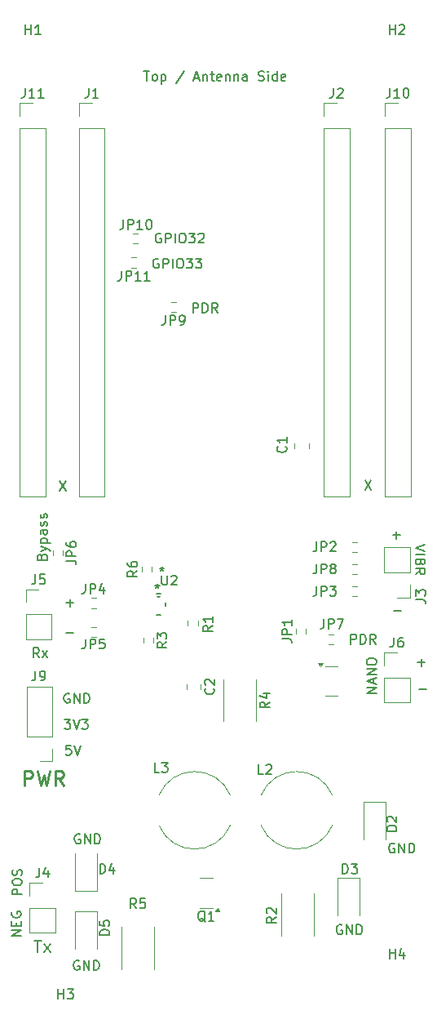
<source format=gbr>
%TF.GenerationSoftware,KiCad,Pcbnew,8.0.1*%
%TF.CreationDate,2024-04-26T12:21:13-07:00*%
%TF.ProjectId,Sendes,53656e64-6573-42e6-9b69-6361645f7063,rev?*%
%TF.SameCoordinates,Original*%
%TF.FileFunction,Legend,Top*%
%TF.FilePolarity,Positive*%
%FSLAX46Y46*%
G04 Gerber Fmt 4.6, Leading zero omitted, Abs format (unit mm)*
G04 Created by KiCad (PCBNEW 8.0.1) date 2024-04-26 12:21:13*
%MOMM*%
%LPD*%
G01*
G04 APERTURE LIST*
%ADD10C,0.200000*%
%ADD11C,0.250000*%
%ADD12C,0.150000*%
%ADD13C,0.120000*%
%ADD14C,0.152400*%
G04 APERTURE END LIST*
D10*
X112469673Y-109086266D02*
X113231578Y-109086266D01*
X112369673Y-106286266D02*
X113131578Y-106286266D01*
X112750625Y-106667219D02*
X112750625Y-105905314D01*
X108067219Y-109430326D02*
X107067219Y-109430326D01*
X107067219Y-109430326D02*
X108067219Y-108858898D01*
X108067219Y-108858898D02*
X107067219Y-108858898D01*
X107781504Y-108430326D02*
X107781504Y-107954136D01*
X108067219Y-108525564D02*
X107067219Y-108192231D01*
X107067219Y-108192231D02*
X108067219Y-107858898D01*
X108067219Y-107525564D02*
X107067219Y-107525564D01*
X107067219Y-107525564D02*
X108067219Y-106954136D01*
X108067219Y-106954136D02*
X107067219Y-106954136D01*
X107067219Y-106287469D02*
X107067219Y-106096993D01*
X107067219Y-106096993D02*
X107114838Y-106001755D01*
X107114838Y-106001755D02*
X107210076Y-105906517D01*
X107210076Y-105906517D02*
X107400552Y-105858898D01*
X107400552Y-105858898D02*
X107733885Y-105858898D01*
X107733885Y-105858898D02*
X107924361Y-105906517D01*
X107924361Y-105906517D02*
X108019600Y-106001755D01*
X108019600Y-106001755D02*
X108067219Y-106096993D01*
X108067219Y-106096993D02*
X108067219Y-106287469D01*
X108067219Y-106287469D02*
X108019600Y-106382707D01*
X108019600Y-106382707D02*
X107924361Y-106477945D01*
X107924361Y-106477945D02*
X107733885Y-106525564D01*
X107733885Y-106525564D02*
X107400552Y-106525564D01*
X107400552Y-106525564D02*
X107210076Y-106477945D01*
X107210076Y-106477945D02*
X107114838Y-106382707D01*
X107114838Y-106382707D02*
X107067219Y-106287469D01*
X71167219Y-134630326D02*
X70167219Y-134630326D01*
X70167219Y-134630326D02*
X71167219Y-134058898D01*
X71167219Y-134058898D02*
X70167219Y-134058898D01*
X70643409Y-133582707D02*
X70643409Y-133249374D01*
X71167219Y-133106517D02*
X71167219Y-133582707D01*
X71167219Y-133582707D02*
X70167219Y-133582707D01*
X70167219Y-133582707D02*
X70167219Y-133106517D01*
X70214838Y-132154136D02*
X70167219Y-132249374D01*
X70167219Y-132249374D02*
X70167219Y-132392231D01*
X70167219Y-132392231D02*
X70214838Y-132535088D01*
X70214838Y-132535088D02*
X70310076Y-132630326D01*
X70310076Y-132630326D02*
X70405314Y-132677945D01*
X70405314Y-132677945D02*
X70595790Y-132725564D01*
X70595790Y-132725564D02*
X70738647Y-132725564D01*
X70738647Y-132725564D02*
X70929123Y-132677945D01*
X70929123Y-132677945D02*
X71024361Y-132630326D01*
X71024361Y-132630326D02*
X71119600Y-132535088D01*
X71119600Y-132535088D02*
X71167219Y-132392231D01*
X71167219Y-132392231D02*
X71167219Y-132296993D01*
X71167219Y-132296993D02*
X71119600Y-132154136D01*
X71119600Y-132154136D02*
X71071980Y-132106517D01*
X71071980Y-132106517D02*
X70738647Y-132106517D01*
X70738647Y-132106517D02*
X70738647Y-132296993D01*
X71267219Y-130330326D02*
X70267219Y-130330326D01*
X70267219Y-130330326D02*
X70267219Y-129949374D01*
X70267219Y-129949374D02*
X70314838Y-129854136D01*
X70314838Y-129854136D02*
X70362457Y-129806517D01*
X70362457Y-129806517D02*
X70457695Y-129758898D01*
X70457695Y-129758898D02*
X70600552Y-129758898D01*
X70600552Y-129758898D02*
X70695790Y-129806517D01*
X70695790Y-129806517D02*
X70743409Y-129854136D01*
X70743409Y-129854136D02*
X70791028Y-129949374D01*
X70791028Y-129949374D02*
X70791028Y-130330326D01*
X70267219Y-129139850D02*
X70267219Y-128949374D01*
X70267219Y-128949374D02*
X70314838Y-128854136D01*
X70314838Y-128854136D02*
X70410076Y-128758898D01*
X70410076Y-128758898D02*
X70600552Y-128711279D01*
X70600552Y-128711279D02*
X70933885Y-128711279D01*
X70933885Y-128711279D02*
X71124361Y-128758898D01*
X71124361Y-128758898D02*
X71219600Y-128854136D01*
X71219600Y-128854136D02*
X71267219Y-128949374D01*
X71267219Y-128949374D02*
X71267219Y-129139850D01*
X71267219Y-129139850D02*
X71219600Y-129235088D01*
X71219600Y-129235088D02*
X71124361Y-129330326D01*
X71124361Y-129330326D02*
X70933885Y-129377945D01*
X70933885Y-129377945D02*
X70600552Y-129377945D01*
X70600552Y-129377945D02*
X70410076Y-129330326D01*
X70410076Y-129330326D02*
X70314838Y-129235088D01*
X70314838Y-129235088D02*
X70267219Y-129139850D01*
X71219600Y-128330326D02*
X71267219Y-128187469D01*
X71267219Y-128187469D02*
X71267219Y-127949374D01*
X71267219Y-127949374D02*
X71219600Y-127854136D01*
X71219600Y-127854136D02*
X71171980Y-127806517D01*
X71171980Y-127806517D02*
X71076742Y-127758898D01*
X71076742Y-127758898D02*
X70981504Y-127758898D01*
X70981504Y-127758898D02*
X70886266Y-127806517D01*
X70886266Y-127806517D02*
X70838647Y-127854136D01*
X70838647Y-127854136D02*
X70791028Y-127949374D01*
X70791028Y-127949374D02*
X70743409Y-128139850D01*
X70743409Y-128139850D02*
X70695790Y-128235088D01*
X70695790Y-128235088D02*
X70648171Y-128282707D01*
X70648171Y-128282707D02*
X70552933Y-128330326D01*
X70552933Y-128330326D02*
X70457695Y-128330326D01*
X70457695Y-128330326D02*
X70362457Y-128282707D01*
X70362457Y-128282707D02*
X70314838Y-128235088D01*
X70314838Y-128235088D02*
X70267219Y-128139850D01*
X70267219Y-128139850D02*
X70267219Y-127901755D01*
X70267219Y-127901755D02*
X70314838Y-127758898D01*
D11*
X71521615Y-119003428D02*
X71521615Y-117503428D01*
X71521615Y-117503428D02*
X72093044Y-117503428D01*
X72093044Y-117503428D02*
X72235901Y-117574857D01*
X72235901Y-117574857D02*
X72307330Y-117646285D01*
X72307330Y-117646285D02*
X72378758Y-117789142D01*
X72378758Y-117789142D02*
X72378758Y-118003428D01*
X72378758Y-118003428D02*
X72307330Y-118146285D01*
X72307330Y-118146285D02*
X72235901Y-118217714D01*
X72235901Y-118217714D02*
X72093044Y-118289142D01*
X72093044Y-118289142D02*
X71521615Y-118289142D01*
X72878758Y-117503428D02*
X73235901Y-119003428D01*
X73235901Y-119003428D02*
X73521615Y-117932000D01*
X73521615Y-117932000D02*
X73807330Y-119003428D01*
X73807330Y-119003428D02*
X74164473Y-117503428D01*
X75593044Y-119003428D02*
X75093044Y-118289142D01*
X74735901Y-119003428D02*
X74735901Y-117503428D01*
X74735901Y-117503428D02*
X75307330Y-117503428D01*
X75307330Y-117503428D02*
X75450187Y-117574857D01*
X75450187Y-117574857D02*
X75521616Y-117646285D01*
X75521616Y-117646285D02*
X75593044Y-117789142D01*
X75593044Y-117789142D02*
X75593044Y-118003428D01*
X75593044Y-118003428D02*
X75521616Y-118146285D01*
X75521616Y-118146285D02*
X75450187Y-118217714D01*
X75450187Y-118217714D02*
X75307330Y-118289142D01*
X75307330Y-118289142D02*
X74735901Y-118289142D01*
D10*
X83926816Y-44967219D02*
X84498244Y-44967219D01*
X84212530Y-45967219D02*
X84212530Y-44967219D01*
X84974435Y-45967219D02*
X84879197Y-45919600D01*
X84879197Y-45919600D02*
X84831578Y-45871980D01*
X84831578Y-45871980D02*
X84783959Y-45776742D01*
X84783959Y-45776742D02*
X84783959Y-45491028D01*
X84783959Y-45491028D02*
X84831578Y-45395790D01*
X84831578Y-45395790D02*
X84879197Y-45348171D01*
X84879197Y-45348171D02*
X84974435Y-45300552D01*
X84974435Y-45300552D02*
X85117292Y-45300552D01*
X85117292Y-45300552D02*
X85212530Y-45348171D01*
X85212530Y-45348171D02*
X85260149Y-45395790D01*
X85260149Y-45395790D02*
X85307768Y-45491028D01*
X85307768Y-45491028D02*
X85307768Y-45776742D01*
X85307768Y-45776742D02*
X85260149Y-45871980D01*
X85260149Y-45871980D02*
X85212530Y-45919600D01*
X85212530Y-45919600D02*
X85117292Y-45967219D01*
X85117292Y-45967219D02*
X84974435Y-45967219D01*
X85736340Y-45300552D02*
X85736340Y-46300552D01*
X85736340Y-45348171D02*
X85831578Y-45300552D01*
X85831578Y-45300552D02*
X86022054Y-45300552D01*
X86022054Y-45300552D02*
X86117292Y-45348171D01*
X86117292Y-45348171D02*
X86164911Y-45395790D01*
X86164911Y-45395790D02*
X86212530Y-45491028D01*
X86212530Y-45491028D02*
X86212530Y-45776742D01*
X86212530Y-45776742D02*
X86164911Y-45871980D01*
X86164911Y-45871980D02*
X86117292Y-45919600D01*
X86117292Y-45919600D02*
X86022054Y-45967219D01*
X86022054Y-45967219D02*
X85831578Y-45967219D01*
X85831578Y-45967219D02*
X85736340Y-45919600D01*
X88117292Y-44919600D02*
X87260150Y-46205314D01*
X89164912Y-45681504D02*
X89641102Y-45681504D01*
X89069674Y-45967219D02*
X89403007Y-44967219D01*
X89403007Y-44967219D02*
X89736340Y-45967219D01*
X90069674Y-45300552D02*
X90069674Y-45967219D01*
X90069674Y-45395790D02*
X90117293Y-45348171D01*
X90117293Y-45348171D02*
X90212531Y-45300552D01*
X90212531Y-45300552D02*
X90355388Y-45300552D01*
X90355388Y-45300552D02*
X90450626Y-45348171D01*
X90450626Y-45348171D02*
X90498245Y-45443409D01*
X90498245Y-45443409D02*
X90498245Y-45967219D01*
X90831579Y-45300552D02*
X91212531Y-45300552D01*
X90974436Y-44967219D02*
X90974436Y-45824361D01*
X90974436Y-45824361D02*
X91022055Y-45919600D01*
X91022055Y-45919600D02*
X91117293Y-45967219D01*
X91117293Y-45967219D02*
X91212531Y-45967219D01*
X91926817Y-45919600D02*
X91831579Y-45967219D01*
X91831579Y-45967219D02*
X91641103Y-45967219D01*
X91641103Y-45967219D02*
X91545865Y-45919600D01*
X91545865Y-45919600D02*
X91498246Y-45824361D01*
X91498246Y-45824361D02*
X91498246Y-45443409D01*
X91498246Y-45443409D02*
X91545865Y-45348171D01*
X91545865Y-45348171D02*
X91641103Y-45300552D01*
X91641103Y-45300552D02*
X91831579Y-45300552D01*
X91831579Y-45300552D02*
X91926817Y-45348171D01*
X91926817Y-45348171D02*
X91974436Y-45443409D01*
X91974436Y-45443409D02*
X91974436Y-45538647D01*
X91974436Y-45538647D02*
X91498246Y-45633885D01*
X92403008Y-45300552D02*
X92403008Y-45967219D01*
X92403008Y-45395790D02*
X92450627Y-45348171D01*
X92450627Y-45348171D02*
X92545865Y-45300552D01*
X92545865Y-45300552D02*
X92688722Y-45300552D01*
X92688722Y-45300552D02*
X92783960Y-45348171D01*
X92783960Y-45348171D02*
X92831579Y-45443409D01*
X92831579Y-45443409D02*
X92831579Y-45967219D01*
X93307770Y-45300552D02*
X93307770Y-45967219D01*
X93307770Y-45395790D02*
X93355389Y-45348171D01*
X93355389Y-45348171D02*
X93450627Y-45300552D01*
X93450627Y-45300552D02*
X93593484Y-45300552D01*
X93593484Y-45300552D02*
X93688722Y-45348171D01*
X93688722Y-45348171D02*
X93736341Y-45443409D01*
X93736341Y-45443409D02*
X93736341Y-45967219D01*
X94641103Y-45967219D02*
X94641103Y-45443409D01*
X94641103Y-45443409D02*
X94593484Y-45348171D01*
X94593484Y-45348171D02*
X94498246Y-45300552D01*
X94498246Y-45300552D02*
X94307770Y-45300552D01*
X94307770Y-45300552D02*
X94212532Y-45348171D01*
X94641103Y-45919600D02*
X94545865Y-45967219D01*
X94545865Y-45967219D02*
X94307770Y-45967219D01*
X94307770Y-45967219D02*
X94212532Y-45919600D01*
X94212532Y-45919600D02*
X94164913Y-45824361D01*
X94164913Y-45824361D02*
X94164913Y-45729123D01*
X94164913Y-45729123D02*
X94212532Y-45633885D01*
X94212532Y-45633885D02*
X94307770Y-45586266D01*
X94307770Y-45586266D02*
X94545865Y-45586266D01*
X94545865Y-45586266D02*
X94641103Y-45538647D01*
X95831580Y-45919600D02*
X95974437Y-45967219D01*
X95974437Y-45967219D02*
X96212532Y-45967219D01*
X96212532Y-45967219D02*
X96307770Y-45919600D01*
X96307770Y-45919600D02*
X96355389Y-45871980D01*
X96355389Y-45871980D02*
X96403008Y-45776742D01*
X96403008Y-45776742D02*
X96403008Y-45681504D01*
X96403008Y-45681504D02*
X96355389Y-45586266D01*
X96355389Y-45586266D02*
X96307770Y-45538647D01*
X96307770Y-45538647D02*
X96212532Y-45491028D01*
X96212532Y-45491028D02*
X96022056Y-45443409D01*
X96022056Y-45443409D02*
X95926818Y-45395790D01*
X95926818Y-45395790D02*
X95879199Y-45348171D01*
X95879199Y-45348171D02*
X95831580Y-45252933D01*
X95831580Y-45252933D02*
X95831580Y-45157695D01*
X95831580Y-45157695D02*
X95879199Y-45062457D01*
X95879199Y-45062457D02*
X95926818Y-45014838D01*
X95926818Y-45014838D02*
X96022056Y-44967219D01*
X96022056Y-44967219D02*
X96260151Y-44967219D01*
X96260151Y-44967219D02*
X96403008Y-45014838D01*
X96831580Y-45967219D02*
X96831580Y-45300552D01*
X96831580Y-44967219D02*
X96783961Y-45014838D01*
X96783961Y-45014838D02*
X96831580Y-45062457D01*
X96831580Y-45062457D02*
X96879199Y-45014838D01*
X96879199Y-45014838D02*
X96831580Y-44967219D01*
X96831580Y-44967219D02*
X96831580Y-45062457D01*
X97736341Y-45967219D02*
X97736341Y-44967219D01*
X97736341Y-45919600D02*
X97641103Y-45967219D01*
X97641103Y-45967219D02*
X97450627Y-45967219D01*
X97450627Y-45967219D02*
X97355389Y-45919600D01*
X97355389Y-45919600D02*
X97307770Y-45871980D01*
X97307770Y-45871980D02*
X97260151Y-45776742D01*
X97260151Y-45776742D02*
X97260151Y-45491028D01*
X97260151Y-45491028D02*
X97307770Y-45395790D01*
X97307770Y-45395790D02*
X97355389Y-45348171D01*
X97355389Y-45348171D02*
X97450627Y-45300552D01*
X97450627Y-45300552D02*
X97641103Y-45300552D01*
X97641103Y-45300552D02*
X97736341Y-45348171D01*
X98593484Y-45919600D02*
X98498246Y-45967219D01*
X98498246Y-45967219D02*
X98307770Y-45967219D01*
X98307770Y-45967219D02*
X98212532Y-45919600D01*
X98212532Y-45919600D02*
X98164913Y-45824361D01*
X98164913Y-45824361D02*
X98164913Y-45443409D01*
X98164913Y-45443409D02*
X98212532Y-45348171D01*
X98212532Y-45348171D02*
X98307770Y-45300552D01*
X98307770Y-45300552D02*
X98498246Y-45300552D01*
X98498246Y-45300552D02*
X98593484Y-45348171D01*
X98593484Y-45348171D02*
X98641103Y-45443409D01*
X98641103Y-45443409D02*
X98641103Y-45538647D01*
X98641103Y-45538647D02*
X98164913Y-45633885D01*
X106874435Y-87367219D02*
X107541101Y-88367219D01*
X107541101Y-87367219D02*
X106874435Y-88367219D01*
X75174435Y-87467219D02*
X75841101Y-88467219D01*
X75841101Y-87467219D02*
X75174435Y-88467219D01*
X72550625Y-135086623D02*
X73264911Y-135086623D01*
X72907768Y-136336623D02*
X72907768Y-135086623D01*
X73562530Y-136336623D02*
X74217292Y-135503290D01*
X73562530Y-135503290D02*
X74217292Y-136336623D01*
X109940969Y-125067351D02*
X109845731Y-125019732D01*
X109845731Y-125019732D02*
X109702874Y-125019732D01*
X109702874Y-125019732D02*
X109560017Y-125067351D01*
X109560017Y-125067351D02*
X109464779Y-125162589D01*
X109464779Y-125162589D02*
X109417160Y-125257827D01*
X109417160Y-125257827D02*
X109369541Y-125448303D01*
X109369541Y-125448303D02*
X109369541Y-125591160D01*
X109369541Y-125591160D02*
X109417160Y-125781636D01*
X109417160Y-125781636D02*
X109464779Y-125876874D01*
X109464779Y-125876874D02*
X109560017Y-125972113D01*
X109560017Y-125972113D02*
X109702874Y-126019732D01*
X109702874Y-126019732D02*
X109798112Y-126019732D01*
X109798112Y-126019732D02*
X109940969Y-125972113D01*
X109940969Y-125972113D02*
X109988588Y-125924493D01*
X109988588Y-125924493D02*
X109988588Y-125591160D01*
X109988588Y-125591160D02*
X109798112Y-125591160D01*
X110417160Y-126019732D02*
X110417160Y-125019732D01*
X110417160Y-125019732D02*
X110988588Y-126019732D01*
X110988588Y-126019732D02*
X110988588Y-125019732D01*
X111464779Y-126019732D02*
X111464779Y-125019732D01*
X111464779Y-125019732D02*
X111702874Y-125019732D01*
X111702874Y-125019732D02*
X111845731Y-125067351D01*
X111845731Y-125067351D02*
X111940969Y-125162589D01*
X111940969Y-125162589D02*
X111988588Y-125257827D01*
X111988588Y-125257827D02*
X112036207Y-125448303D01*
X112036207Y-125448303D02*
X112036207Y-125591160D01*
X112036207Y-125591160D02*
X111988588Y-125781636D01*
X111988588Y-125781636D02*
X111940969Y-125876874D01*
X111940969Y-125876874D02*
X111845731Y-125972113D01*
X111845731Y-125972113D02*
X111702874Y-126019732D01*
X111702874Y-126019732D02*
X111464779Y-126019732D01*
X104493482Y-133514838D02*
X104398244Y-133467219D01*
X104398244Y-133467219D02*
X104255387Y-133467219D01*
X104255387Y-133467219D02*
X104112530Y-133514838D01*
X104112530Y-133514838D02*
X104017292Y-133610076D01*
X104017292Y-133610076D02*
X103969673Y-133705314D01*
X103969673Y-133705314D02*
X103922054Y-133895790D01*
X103922054Y-133895790D02*
X103922054Y-134038647D01*
X103922054Y-134038647D02*
X103969673Y-134229123D01*
X103969673Y-134229123D02*
X104017292Y-134324361D01*
X104017292Y-134324361D02*
X104112530Y-134419600D01*
X104112530Y-134419600D02*
X104255387Y-134467219D01*
X104255387Y-134467219D02*
X104350625Y-134467219D01*
X104350625Y-134467219D02*
X104493482Y-134419600D01*
X104493482Y-134419600D02*
X104541101Y-134371980D01*
X104541101Y-134371980D02*
X104541101Y-134038647D01*
X104541101Y-134038647D02*
X104350625Y-134038647D01*
X104969673Y-134467219D02*
X104969673Y-133467219D01*
X104969673Y-133467219D02*
X105541101Y-134467219D01*
X105541101Y-134467219D02*
X105541101Y-133467219D01*
X106017292Y-134467219D02*
X106017292Y-133467219D01*
X106017292Y-133467219D02*
X106255387Y-133467219D01*
X106255387Y-133467219D02*
X106398244Y-133514838D01*
X106398244Y-133514838D02*
X106493482Y-133610076D01*
X106493482Y-133610076D02*
X106541101Y-133705314D01*
X106541101Y-133705314D02*
X106588720Y-133895790D01*
X106588720Y-133895790D02*
X106588720Y-134038647D01*
X106588720Y-134038647D02*
X106541101Y-134229123D01*
X106541101Y-134229123D02*
X106493482Y-134324361D01*
X106493482Y-134324361D02*
X106398244Y-134419600D01*
X106398244Y-134419600D02*
X106255387Y-134467219D01*
X106255387Y-134467219D02*
X106017292Y-134467219D01*
X77193482Y-137214838D02*
X77098244Y-137167219D01*
X77098244Y-137167219D02*
X76955387Y-137167219D01*
X76955387Y-137167219D02*
X76812530Y-137214838D01*
X76812530Y-137214838D02*
X76717292Y-137310076D01*
X76717292Y-137310076D02*
X76669673Y-137405314D01*
X76669673Y-137405314D02*
X76622054Y-137595790D01*
X76622054Y-137595790D02*
X76622054Y-137738647D01*
X76622054Y-137738647D02*
X76669673Y-137929123D01*
X76669673Y-137929123D02*
X76717292Y-138024361D01*
X76717292Y-138024361D02*
X76812530Y-138119600D01*
X76812530Y-138119600D02*
X76955387Y-138167219D01*
X76955387Y-138167219D02*
X77050625Y-138167219D01*
X77050625Y-138167219D02*
X77193482Y-138119600D01*
X77193482Y-138119600D02*
X77241101Y-138071980D01*
X77241101Y-138071980D02*
X77241101Y-137738647D01*
X77241101Y-137738647D02*
X77050625Y-137738647D01*
X77669673Y-138167219D02*
X77669673Y-137167219D01*
X77669673Y-137167219D02*
X78241101Y-138167219D01*
X78241101Y-138167219D02*
X78241101Y-137167219D01*
X78717292Y-138167219D02*
X78717292Y-137167219D01*
X78717292Y-137167219D02*
X78955387Y-137167219D01*
X78955387Y-137167219D02*
X79098244Y-137214838D01*
X79098244Y-137214838D02*
X79193482Y-137310076D01*
X79193482Y-137310076D02*
X79241101Y-137405314D01*
X79241101Y-137405314D02*
X79288720Y-137595790D01*
X79288720Y-137595790D02*
X79288720Y-137738647D01*
X79288720Y-137738647D02*
X79241101Y-137929123D01*
X79241101Y-137929123D02*
X79193482Y-138024361D01*
X79193482Y-138024361D02*
X79098244Y-138119600D01*
X79098244Y-138119600D02*
X78955387Y-138167219D01*
X78955387Y-138167219D02*
X78717292Y-138167219D01*
X77293482Y-124114838D02*
X77198244Y-124067219D01*
X77198244Y-124067219D02*
X77055387Y-124067219D01*
X77055387Y-124067219D02*
X76912530Y-124114838D01*
X76912530Y-124114838D02*
X76817292Y-124210076D01*
X76817292Y-124210076D02*
X76769673Y-124305314D01*
X76769673Y-124305314D02*
X76722054Y-124495790D01*
X76722054Y-124495790D02*
X76722054Y-124638647D01*
X76722054Y-124638647D02*
X76769673Y-124829123D01*
X76769673Y-124829123D02*
X76817292Y-124924361D01*
X76817292Y-124924361D02*
X76912530Y-125019600D01*
X76912530Y-125019600D02*
X77055387Y-125067219D01*
X77055387Y-125067219D02*
X77150625Y-125067219D01*
X77150625Y-125067219D02*
X77293482Y-125019600D01*
X77293482Y-125019600D02*
X77341101Y-124971980D01*
X77341101Y-124971980D02*
X77341101Y-124638647D01*
X77341101Y-124638647D02*
X77150625Y-124638647D01*
X77769673Y-125067219D02*
X77769673Y-124067219D01*
X77769673Y-124067219D02*
X78341101Y-125067219D01*
X78341101Y-125067219D02*
X78341101Y-124067219D01*
X78817292Y-125067219D02*
X78817292Y-124067219D01*
X78817292Y-124067219D02*
X79055387Y-124067219D01*
X79055387Y-124067219D02*
X79198244Y-124114838D01*
X79198244Y-124114838D02*
X79293482Y-124210076D01*
X79293482Y-124210076D02*
X79341101Y-124305314D01*
X79341101Y-124305314D02*
X79388720Y-124495790D01*
X79388720Y-124495790D02*
X79388720Y-124638647D01*
X79388720Y-124638647D02*
X79341101Y-124829123D01*
X79341101Y-124829123D02*
X79293482Y-124924361D01*
X79293482Y-124924361D02*
X79198244Y-125019600D01*
X79198244Y-125019600D02*
X79055387Y-125067219D01*
X79055387Y-125067219D02*
X78817292Y-125067219D01*
X76345863Y-114867219D02*
X75869673Y-114867219D01*
X75869673Y-114867219D02*
X75822054Y-115343409D01*
X75822054Y-115343409D02*
X75869673Y-115295790D01*
X75869673Y-115295790D02*
X75964911Y-115248171D01*
X75964911Y-115248171D02*
X76203006Y-115248171D01*
X76203006Y-115248171D02*
X76298244Y-115295790D01*
X76298244Y-115295790D02*
X76345863Y-115343409D01*
X76345863Y-115343409D02*
X76393482Y-115438647D01*
X76393482Y-115438647D02*
X76393482Y-115676742D01*
X76393482Y-115676742D02*
X76345863Y-115771980D01*
X76345863Y-115771980D02*
X76298244Y-115819600D01*
X76298244Y-115819600D02*
X76203006Y-115867219D01*
X76203006Y-115867219D02*
X75964911Y-115867219D01*
X75964911Y-115867219D02*
X75869673Y-115819600D01*
X75869673Y-115819600D02*
X75822054Y-115771980D01*
X76679197Y-114867219D02*
X77012530Y-115867219D01*
X77012530Y-115867219D02*
X77345863Y-114867219D01*
X75674435Y-112167219D02*
X76293482Y-112167219D01*
X76293482Y-112167219D02*
X75960149Y-112548171D01*
X75960149Y-112548171D02*
X76103006Y-112548171D01*
X76103006Y-112548171D02*
X76198244Y-112595790D01*
X76198244Y-112595790D02*
X76245863Y-112643409D01*
X76245863Y-112643409D02*
X76293482Y-112738647D01*
X76293482Y-112738647D02*
X76293482Y-112976742D01*
X76293482Y-112976742D02*
X76245863Y-113071980D01*
X76245863Y-113071980D02*
X76198244Y-113119600D01*
X76198244Y-113119600D02*
X76103006Y-113167219D01*
X76103006Y-113167219D02*
X75817292Y-113167219D01*
X75817292Y-113167219D02*
X75722054Y-113119600D01*
X75722054Y-113119600D02*
X75674435Y-113071980D01*
X76579197Y-112167219D02*
X76912530Y-113167219D01*
X76912530Y-113167219D02*
X77245863Y-112167219D01*
X77483959Y-112167219D02*
X78103006Y-112167219D01*
X78103006Y-112167219D02*
X77769673Y-112548171D01*
X77769673Y-112548171D02*
X77912530Y-112548171D01*
X77912530Y-112548171D02*
X78007768Y-112595790D01*
X78007768Y-112595790D02*
X78055387Y-112643409D01*
X78055387Y-112643409D02*
X78103006Y-112738647D01*
X78103006Y-112738647D02*
X78103006Y-112976742D01*
X78103006Y-112976742D02*
X78055387Y-113071980D01*
X78055387Y-113071980D02*
X78007768Y-113119600D01*
X78007768Y-113119600D02*
X77912530Y-113167219D01*
X77912530Y-113167219D02*
X77626816Y-113167219D01*
X77626816Y-113167219D02*
X77531578Y-113119600D01*
X77531578Y-113119600D02*
X77483959Y-113071980D01*
X76193482Y-109514838D02*
X76098244Y-109467219D01*
X76098244Y-109467219D02*
X75955387Y-109467219D01*
X75955387Y-109467219D02*
X75812530Y-109514838D01*
X75812530Y-109514838D02*
X75717292Y-109610076D01*
X75717292Y-109610076D02*
X75669673Y-109705314D01*
X75669673Y-109705314D02*
X75622054Y-109895790D01*
X75622054Y-109895790D02*
X75622054Y-110038647D01*
X75622054Y-110038647D02*
X75669673Y-110229123D01*
X75669673Y-110229123D02*
X75717292Y-110324361D01*
X75717292Y-110324361D02*
X75812530Y-110419600D01*
X75812530Y-110419600D02*
X75955387Y-110467219D01*
X75955387Y-110467219D02*
X76050625Y-110467219D01*
X76050625Y-110467219D02*
X76193482Y-110419600D01*
X76193482Y-110419600D02*
X76241101Y-110371980D01*
X76241101Y-110371980D02*
X76241101Y-110038647D01*
X76241101Y-110038647D02*
X76050625Y-110038647D01*
X76669673Y-110467219D02*
X76669673Y-109467219D01*
X76669673Y-109467219D02*
X77241101Y-110467219D01*
X77241101Y-110467219D02*
X77241101Y-109467219D01*
X77717292Y-110467219D02*
X77717292Y-109467219D01*
X77717292Y-109467219D02*
X77955387Y-109467219D01*
X77955387Y-109467219D02*
X78098244Y-109514838D01*
X78098244Y-109514838D02*
X78193482Y-109610076D01*
X78193482Y-109610076D02*
X78241101Y-109705314D01*
X78241101Y-109705314D02*
X78288720Y-109895790D01*
X78288720Y-109895790D02*
X78288720Y-110038647D01*
X78288720Y-110038647D02*
X78241101Y-110229123D01*
X78241101Y-110229123D02*
X78193482Y-110324361D01*
X78193482Y-110324361D02*
X78098244Y-110419600D01*
X78098244Y-110419600D02*
X77955387Y-110467219D01*
X77955387Y-110467219D02*
X77717292Y-110467219D01*
X73041101Y-105767219D02*
X72707768Y-105291028D01*
X72469673Y-105767219D02*
X72469673Y-104767219D01*
X72469673Y-104767219D02*
X72850625Y-104767219D01*
X72850625Y-104767219D02*
X72945863Y-104814838D01*
X72945863Y-104814838D02*
X72993482Y-104862457D01*
X72993482Y-104862457D02*
X73041101Y-104957695D01*
X73041101Y-104957695D02*
X73041101Y-105100552D01*
X73041101Y-105100552D02*
X72993482Y-105195790D01*
X72993482Y-105195790D02*
X72945863Y-105243409D01*
X72945863Y-105243409D02*
X72850625Y-105291028D01*
X72850625Y-105291028D02*
X72469673Y-105291028D01*
X73374435Y-105767219D02*
X73898244Y-105100552D01*
X73374435Y-105100552D02*
X73898244Y-105767219D01*
X73343409Y-95296993D02*
X73391028Y-95154136D01*
X73391028Y-95154136D02*
X73438647Y-95106517D01*
X73438647Y-95106517D02*
X73533885Y-95058898D01*
X73533885Y-95058898D02*
X73676742Y-95058898D01*
X73676742Y-95058898D02*
X73771980Y-95106517D01*
X73771980Y-95106517D02*
X73819600Y-95154136D01*
X73819600Y-95154136D02*
X73867219Y-95249374D01*
X73867219Y-95249374D02*
X73867219Y-95630326D01*
X73867219Y-95630326D02*
X72867219Y-95630326D01*
X72867219Y-95630326D02*
X72867219Y-95296993D01*
X72867219Y-95296993D02*
X72914838Y-95201755D01*
X72914838Y-95201755D02*
X72962457Y-95154136D01*
X72962457Y-95154136D02*
X73057695Y-95106517D01*
X73057695Y-95106517D02*
X73152933Y-95106517D01*
X73152933Y-95106517D02*
X73248171Y-95154136D01*
X73248171Y-95154136D02*
X73295790Y-95201755D01*
X73295790Y-95201755D02*
X73343409Y-95296993D01*
X73343409Y-95296993D02*
X73343409Y-95630326D01*
X73200552Y-94725564D02*
X73867219Y-94487469D01*
X73200552Y-94249374D02*
X73867219Y-94487469D01*
X73867219Y-94487469D02*
X74105314Y-94582707D01*
X74105314Y-94582707D02*
X74152933Y-94630326D01*
X74152933Y-94630326D02*
X74200552Y-94725564D01*
X73200552Y-93868421D02*
X74200552Y-93868421D01*
X73248171Y-93868421D02*
X73200552Y-93773183D01*
X73200552Y-93773183D02*
X73200552Y-93582707D01*
X73200552Y-93582707D02*
X73248171Y-93487469D01*
X73248171Y-93487469D02*
X73295790Y-93439850D01*
X73295790Y-93439850D02*
X73391028Y-93392231D01*
X73391028Y-93392231D02*
X73676742Y-93392231D01*
X73676742Y-93392231D02*
X73771980Y-93439850D01*
X73771980Y-93439850D02*
X73819600Y-93487469D01*
X73819600Y-93487469D02*
X73867219Y-93582707D01*
X73867219Y-93582707D02*
X73867219Y-93773183D01*
X73867219Y-93773183D02*
X73819600Y-93868421D01*
X73867219Y-92535088D02*
X73343409Y-92535088D01*
X73343409Y-92535088D02*
X73248171Y-92582707D01*
X73248171Y-92582707D02*
X73200552Y-92677945D01*
X73200552Y-92677945D02*
X73200552Y-92868421D01*
X73200552Y-92868421D02*
X73248171Y-92963659D01*
X73819600Y-92535088D02*
X73867219Y-92630326D01*
X73867219Y-92630326D02*
X73867219Y-92868421D01*
X73867219Y-92868421D02*
X73819600Y-92963659D01*
X73819600Y-92963659D02*
X73724361Y-93011278D01*
X73724361Y-93011278D02*
X73629123Y-93011278D01*
X73629123Y-93011278D02*
X73533885Y-92963659D01*
X73533885Y-92963659D02*
X73486266Y-92868421D01*
X73486266Y-92868421D02*
X73486266Y-92630326D01*
X73486266Y-92630326D02*
X73438647Y-92535088D01*
X73819600Y-92106516D02*
X73867219Y-92011278D01*
X73867219Y-92011278D02*
X73867219Y-91820802D01*
X73867219Y-91820802D02*
X73819600Y-91725564D01*
X73819600Y-91725564D02*
X73724361Y-91677945D01*
X73724361Y-91677945D02*
X73676742Y-91677945D01*
X73676742Y-91677945D02*
X73581504Y-91725564D01*
X73581504Y-91725564D02*
X73533885Y-91820802D01*
X73533885Y-91820802D02*
X73533885Y-91963659D01*
X73533885Y-91963659D02*
X73486266Y-92058897D01*
X73486266Y-92058897D02*
X73391028Y-92106516D01*
X73391028Y-92106516D02*
X73343409Y-92106516D01*
X73343409Y-92106516D02*
X73248171Y-92058897D01*
X73248171Y-92058897D02*
X73200552Y-91963659D01*
X73200552Y-91963659D02*
X73200552Y-91820802D01*
X73200552Y-91820802D02*
X73248171Y-91725564D01*
X73819600Y-91296992D02*
X73867219Y-91201754D01*
X73867219Y-91201754D02*
X73867219Y-91011278D01*
X73867219Y-91011278D02*
X73819600Y-90916040D01*
X73819600Y-90916040D02*
X73724361Y-90868421D01*
X73724361Y-90868421D02*
X73676742Y-90868421D01*
X73676742Y-90868421D02*
X73581504Y-90916040D01*
X73581504Y-90916040D02*
X73533885Y-91011278D01*
X73533885Y-91011278D02*
X73533885Y-91154135D01*
X73533885Y-91154135D02*
X73486266Y-91249373D01*
X73486266Y-91249373D02*
X73391028Y-91296992D01*
X73391028Y-91296992D02*
X73343409Y-91296992D01*
X73343409Y-91296992D02*
X73248171Y-91249373D01*
X73248171Y-91249373D02*
X73200552Y-91154135D01*
X73200552Y-91154135D02*
X73200552Y-91011278D01*
X73200552Y-91011278D02*
X73248171Y-90916040D01*
X89019673Y-69997219D02*
X89019673Y-68997219D01*
X89019673Y-68997219D02*
X89400625Y-68997219D01*
X89400625Y-68997219D02*
X89495863Y-69044838D01*
X89495863Y-69044838D02*
X89543482Y-69092457D01*
X89543482Y-69092457D02*
X89591101Y-69187695D01*
X89591101Y-69187695D02*
X89591101Y-69330552D01*
X89591101Y-69330552D02*
X89543482Y-69425790D01*
X89543482Y-69425790D02*
X89495863Y-69473409D01*
X89495863Y-69473409D02*
X89400625Y-69521028D01*
X89400625Y-69521028D02*
X89019673Y-69521028D01*
X90019673Y-69997219D02*
X90019673Y-68997219D01*
X90019673Y-68997219D02*
X90257768Y-68997219D01*
X90257768Y-68997219D02*
X90400625Y-69044838D01*
X90400625Y-69044838D02*
X90495863Y-69140076D01*
X90495863Y-69140076D02*
X90543482Y-69235314D01*
X90543482Y-69235314D02*
X90591101Y-69425790D01*
X90591101Y-69425790D02*
X90591101Y-69568647D01*
X90591101Y-69568647D02*
X90543482Y-69759123D01*
X90543482Y-69759123D02*
X90495863Y-69854361D01*
X90495863Y-69854361D02*
X90400625Y-69949600D01*
X90400625Y-69949600D02*
X90257768Y-69997219D01*
X90257768Y-69997219D02*
X90019673Y-69997219D01*
X91591101Y-69997219D02*
X91257768Y-69521028D01*
X91019673Y-69997219D02*
X91019673Y-68997219D01*
X91019673Y-68997219D02*
X91400625Y-68997219D01*
X91400625Y-68997219D02*
X91495863Y-69044838D01*
X91495863Y-69044838D02*
X91543482Y-69092457D01*
X91543482Y-69092457D02*
X91591101Y-69187695D01*
X91591101Y-69187695D02*
X91591101Y-69330552D01*
X91591101Y-69330552D02*
X91543482Y-69425790D01*
X91543482Y-69425790D02*
X91495863Y-69473409D01*
X91495863Y-69473409D02*
X91400625Y-69521028D01*
X91400625Y-69521028D02*
X91019673Y-69521028D01*
X85443482Y-64444838D02*
X85348244Y-64397219D01*
X85348244Y-64397219D02*
X85205387Y-64397219D01*
X85205387Y-64397219D02*
X85062530Y-64444838D01*
X85062530Y-64444838D02*
X84967292Y-64540076D01*
X84967292Y-64540076D02*
X84919673Y-64635314D01*
X84919673Y-64635314D02*
X84872054Y-64825790D01*
X84872054Y-64825790D02*
X84872054Y-64968647D01*
X84872054Y-64968647D02*
X84919673Y-65159123D01*
X84919673Y-65159123D02*
X84967292Y-65254361D01*
X84967292Y-65254361D02*
X85062530Y-65349600D01*
X85062530Y-65349600D02*
X85205387Y-65397219D01*
X85205387Y-65397219D02*
X85300625Y-65397219D01*
X85300625Y-65397219D02*
X85443482Y-65349600D01*
X85443482Y-65349600D02*
X85491101Y-65301980D01*
X85491101Y-65301980D02*
X85491101Y-64968647D01*
X85491101Y-64968647D02*
X85300625Y-64968647D01*
X85919673Y-65397219D02*
X85919673Y-64397219D01*
X85919673Y-64397219D02*
X86300625Y-64397219D01*
X86300625Y-64397219D02*
X86395863Y-64444838D01*
X86395863Y-64444838D02*
X86443482Y-64492457D01*
X86443482Y-64492457D02*
X86491101Y-64587695D01*
X86491101Y-64587695D02*
X86491101Y-64730552D01*
X86491101Y-64730552D02*
X86443482Y-64825790D01*
X86443482Y-64825790D02*
X86395863Y-64873409D01*
X86395863Y-64873409D02*
X86300625Y-64921028D01*
X86300625Y-64921028D02*
X85919673Y-64921028D01*
X86919673Y-65397219D02*
X86919673Y-64397219D01*
X87586339Y-64397219D02*
X87776815Y-64397219D01*
X87776815Y-64397219D02*
X87872053Y-64444838D01*
X87872053Y-64444838D02*
X87967291Y-64540076D01*
X87967291Y-64540076D02*
X88014910Y-64730552D01*
X88014910Y-64730552D02*
X88014910Y-65063885D01*
X88014910Y-65063885D02*
X87967291Y-65254361D01*
X87967291Y-65254361D02*
X87872053Y-65349600D01*
X87872053Y-65349600D02*
X87776815Y-65397219D01*
X87776815Y-65397219D02*
X87586339Y-65397219D01*
X87586339Y-65397219D02*
X87491101Y-65349600D01*
X87491101Y-65349600D02*
X87395863Y-65254361D01*
X87395863Y-65254361D02*
X87348244Y-65063885D01*
X87348244Y-65063885D02*
X87348244Y-64730552D01*
X87348244Y-64730552D02*
X87395863Y-64540076D01*
X87395863Y-64540076D02*
X87491101Y-64444838D01*
X87491101Y-64444838D02*
X87586339Y-64397219D01*
X88348244Y-64397219D02*
X88967291Y-64397219D01*
X88967291Y-64397219D02*
X88633958Y-64778171D01*
X88633958Y-64778171D02*
X88776815Y-64778171D01*
X88776815Y-64778171D02*
X88872053Y-64825790D01*
X88872053Y-64825790D02*
X88919672Y-64873409D01*
X88919672Y-64873409D02*
X88967291Y-64968647D01*
X88967291Y-64968647D02*
X88967291Y-65206742D01*
X88967291Y-65206742D02*
X88919672Y-65301980D01*
X88919672Y-65301980D02*
X88872053Y-65349600D01*
X88872053Y-65349600D02*
X88776815Y-65397219D01*
X88776815Y-65397219D02*
X88491101Y-65397219D01*
X88491101Y-65397219D02*
X88395863Y-65349600D01*
X88395863Y-65349600D02*
X88348244Y-65301980D01*
X89300625Y-64397219D02*
X89919672Y-64397219D01*
X89919672Y-64397219D02*
X89586339Y-64778171D01*
X89586339Y-64778171D02*
X89729196Y-64778171D01*
X89729196Y-64778171D02*
X89824434Y-64825790D01*
X89824434Y-64825790D02*
X89872053Y-64873409D01*
X89872053Y-64873409D02*
X89919672Y-64968647D01*
X89919672Y-64968647D02*
X89919672Y-65206742D01*
X89919672Y-65206742D02*
X89872053Y-65301980D01*
X89872053Y-65301980D02*
X89824434Y-65349600D01*
X89824434Y-65349600D02*
X89729196Y-65397219D01*
X89729196Y-65397219D02*
X89443482Y-65397219D01*
X89443482Y-65397219D02*
X89348244Y-65349600D01*
X89348244Y-65349600D02*
X89300625Y-65301980D01*
X85693482Y-61814838D02*
X85598244Y-61767219D01*
X85598244Y-61767219D02*
X85455387Y-61767219D01*
X85455387Y-61767219D02*
X85312530Y-61814838D01*
X85312530Y-61814838D02*
X85217292Y-61910076D01*
X85217292Y-61910076D02*
X85169673Y-62005314D01*
X85169673Y-62005314D02*
X85122054Y-62195790D01*
X85122054Y-62195790D02*
X85122054Y-62338647D01*
X85122054Y-62338647D02*
X85169673Y-62529123D01*
X85169673Y-62529123D02*
X85217292Y-62624361D01*
X85217292Y-62624361D02*
X85312530Y-62719600D01*
X85312530Y-62719600D02*
X85455387Y-62767219D01*
X85455387Y-62767219D02*
X85550625Y-62767219D01*
X85550625Y-62767219D02*
X85693482Y-62719600D01*
X85693482Y-62719600D02*
X85741101Y-62671980D01*
X85741101Y-62671980D02*
X85741101Y-62338647D01*
X85741101Y-62338647D02*
X85550625Y-62338647D01*
X86169673Y-62767219D02*
X86169673Y-61767219D01*
X86169673Y-61767219D02*
X86550625Y-61767219D01*
X86550625Y-61767219D02*
X86645863Y-61814838D01*
X86645863Y-61814838D02*
X86693482Y-61862457D01*
X86693482Y-61862457D02*
X86741101Y-61957695D01*
X86741101Y-61957695D02*
X86741101Y-62100552D01*
X86741101Y-62100552D02*
X86693482Y-62195790D01*
X86693482Y-62195790D02*
X86645863Y-62243409D01*
X86645863Y-62243409D02*
X86550625Y-62291028D01*
X86550625Y-62291028D02*
X86169673Y-62291028D01*
X87169673Y-62767219D02*
X87169673Y-61767219D01*
X87836339Y-61767219D02*
X88026815Y-61767219D01*
X88026815Y-61767219D02*
X88122053Y-61814838D01*
X88122053Y-61814838D02*
X88217291Y-61910076D01*
X88217291Y-61910076D02*
X88264910Y-62100552D01*
X88264910Y-62100552D02*
X88264910Y-62433885D01*
X88264910Y-62433885D02*
X88217291Y-62624361D01*
X88217291Y-62624361D02*
X88122053Y-62719600D01*
X88122053Y-62719600D02*
X88026815Y-62767219D01*
X88026815Y-62767219D02*
X87836339Y-62767219D01*
X87836339Y-62767219D02*
X87741101Y-62719600D01*
X87741101Y-62719600D02*
X87645863Y-62624361D01*
X87645863Y-62624361D02*
X87598244Y-62433885D01*
X87598244Y-62433885D02*
X87598244Y-62100552D01*
X87598244Y-62100552D02*
X87645863Y-61910076D01*
X87645863Y-61910076D02*
X87741101Y-61814838D01*
X87741101Y-61814838D02*
X87836339Y-61767219D01*
X88598244Y-61767219D02*
X89217291Y-61767219D01*
X89217291Y-61767219D02*
X88883958Y-62148171D01*
X88883958Y-62148171D02*
X89026815Y-62148171D01*
X89026815Y-62148171D02*
X89122053Y-62195790D01*
X89122053Y-62195790D02*
X89169672Y-62243409D01*
X89169672Y-62243409D02*
X89217291Y-62338647D01*
X89217291Y-62338647D02*
X89217291Y-62576742D01*
X89217291Y-62576742D02*
X89169672Y-62671980D01*
X89169672Y-62671980D02*
X89122053Y-62719600D01*
X89122053Y-62719600D02*
X89026815Y-62767219D01*
X89026815Y-62767219D02*
X88741101Y-62767219D01*
X88741101Y-62767219D02*
X88645863Y-62719600D01*
X88645863Y-62719600D02*
X88598244Y-62671980D01*
X89598244Y-61862457D02*
X89645863Y-61814838D01*
X89645863Y-61814838D02*
X89741101Y-61767219D01*
X89741101Y-61767219D02*
X89979196Y-61767219D01*
X89979196Y-61767219D02*
X90074434Y-61814838D01*
X90074434Y-61814838D02*
X90122053Y-61862457D01*
X90122053Y-61862457D02*
X90169672Y-61957695D01*
X90169672Y-61957695D02*
X90169672Y-62052933D01*
X90169672Y-62052933D02*
X90122053Y-62195790D01*
X90122053Y-62195790D02*
X89550625Y-62767219D01*
X89550625Y-62767219D02*
X90169672Y-62767219D01*
X75869673Y-103186266D02*
X76631578Y-103186266D01*
X75869673Y-100086266D02*
X76631578Y-100086266D01*
X76250625Y-100467219D02*
X76250625Y-99705314D01*
X105421652Y-104362569D02*
X105421652Y-103362569D01*
X105421652Y-103362569D02*
X105802604Y-103362569D01*
X105802604Y-103362569D02*
X105897842Y-103410188D01*
X105897842Y-103410188D02*
X105945461Y-103457807D01*
X105945461Y-103457807D02*
X105993080Y-103553045D01*
X105993080Y-103553045D02*
X105993080Y-103695902D01*
X105993080Y-103695902D02*
X105945461Y-103791140D01*
X105945461Y-103791140D02*
X105897842Y-103838759D01*
X105897842Y-103838759D02*
X105802604Y-103886378D01*
X105802604Y-103886378D02*
X105421652Y-103886378D01*
X106421652Y-104362569D02*
X106421652Y-103362569D01*
X106421652Y-103362569D02*
X106659747Y-103362569D01*
X106659747Y-103362569D02*
X106802604Y-103410188D01*
X106802604Y-103410188D02*
X106897842Y-103505426D01*
X106897842Y-103505426D02*
X106945461Y-103600664D01*
X106945461Y-103600664D02*
X106993080Y-103791140D01*
X106993080Y-103791140D02*
X106993080Y-103933997D01*
X106993080Y-103933997D02*
X106945461Y-104124473D01*
X106945461Y-104124473D02*
X106897842Y-104219711D01*
X106897842Y-104219711D02*
X106802604Y-104314950D01*
X106802604Y-104314950D02*
X106659747Y-104362569D01*
X106659747Y-104362569D02*
X106421652Y-104362569D01*
X107993080Y-104362569D02*
X107659747Y-103886378D01*
X107421652Y-104362569D02*
X107421652Y-103362569D01*
X107421652Y-103362569D02*
X107802604Y-103362569D01*
X107802604Y-103362569D02*
X107897842Y-103410188D01*
X107897842Y-103410188D02*
X107945461Y-103457807D01*
X107945461Y-103457807D02*
X107993080Y-103553045D01*
X107993080Y-103553045D02*
X107993080Y-103695902D01*
X107993080Y-103695902D02*
X107945461Y-103791140D01*
X107945461Y-103791140D02*
X107897842Y-103838759D01*
X107897842Y-103838759D02*
X107802604Y-103886378D01*
X107802604Y-103886378D02*
X107421652Y-103886378D01*
X109869673Y-100946266D02*
X110631578Y-100946266D01*
X110530326Y-93073733D02*
X109768422Y-93073733D01*
X110149374Y-92692780D02*
X110149374Y-93454685D01*
X113132780Y-94076816D02*
X112132780Y-94410149D01*
X112132780Y-94410149D02*
X113132780Y-94743482D01*
X112132780Y-95076816D02*
X113132780Y-95076816D01*
X112656590Y-95886339D02*
X112608971Y-96029196D01*
X112608971Y-96029196D02*
X112561352Y-96076815D01*
X112561352Y-96076815D02*
X112466114Y-96124434D01*
X112466114Y-96124434D02*
X112323257Y-96124434D01*
X112323257Y-96124434D02*
X112228019Y-96076815D01*
X112228019Y-96076815D02*
X112180400Y-96029196D01*
X112180400Y-96029196D02*
X112132780Y-95933958D01*
X112132780Y-95933958D02*
X112132780Y-95553006D01*
X112132780Y-95553006D02*
X113132780Y-95553006D01*
X113132780Y-95553006D02*
X113132780Y-95886339D01*
X113132780Y-95886339D02*
X113085161Y-95981577D01*
X113085161Y-95981577D02*
X113037542Y-96029196D01*
X113037542Y-96029196D02*
X112942304Y-96076815D01*
X112942304Y-96076815D02*
X112847066Y-96076815D01*
X112847066Y-96076815D02*
X112751828Y-96029196D01*
X112751828Y-96029196D02*
X112704209Y-95981577D01*
X112704209Y-95981577D02*
X112656590Y-95886339D01*
X112656590Y-95886339D02*
X112656590Y-95553006D01*
X112132780Y-97124434D02*
X112608971Y-96791101D01*
X112132780Y-96553006D02*
X113132780Y-96553006D01*
X113132780Y-96553006D02*
X113132780Y-96933958D01*
X113132780Y-96933958D02*
X113085161Y-97029196D01*
X113085161Y-97029196D02*
X113037542Y-97076815D01*
X113037542Y-97076815D02*
X112942304Y-97124434D01*
X112942304Y-97124434D02*
X112799447Y-97124434D01*
X112799447Y-97124434D02*
X112704209Y-97076815D01*
X112704209Y-97076815D02*
X112656590Y-97029196D01*
X112656590Y-97029196D02*
X112608971Y-96933958D01*
X112608971Y-96933958D02*
X112608971Y-96553006D01*
D12*
X109866666Y-103684819D02*
X109866666Y-104399104D01*
X109866666Y-104399104D02*
X109819047Y-104541961D01*
X109819047Y-104541961D02*
X109723809Y-104637200D01*
X109723809Y-104637200D02*
X109580952Y-104684819D01*
X109580952Y-104684819D02*
X109485714Y-104684819D01*
X110771428Y-103684819D02*
X110580952Y-103684819D01*
X110580952Y-103684819D02*
X110485714Y-103732438D01*
X110485714Y-103732438D02*
X110438095Y-103780057D01*
X110438095Y-103780057D02*
X110342857Y-103922914D01*
X110342857Y-103922914D02*
X110295238Y-104113390D01*
X110295238Y-104113390D02*
X110295238Y-104494342D01*
X110295238Y-104494342D02*
X110342857Y-104589580D01*
X110342857Y-104589580D02*
X110390476Y-104637200D01*
X110390476Y-104637200D02*
X110485714Y-104684819D01*
X110485714Y-104684819D02*
X110676190Y-104684819D01*
X110676190Y-104684819D02*
X110771428Y-104637200D01*
X110771428Y-104637200D02*
X110819047Y-104589580D01*
X110819047Y-104589580D02*
X110866666Y-104494342D01*
X110866666Y-104494342D02*
X110866666Y-104256247D01*
X110866666Y-104256247D02*
X110819047Y-104161009D01*
X110819047Y-104161009D02*
X110771428Y-104113390D01*
X110771428Y-104113390D02*
X110676190Y-104065771D01*
X110676190Y-104065771D02*
X110485714Y-104065771D01*
X110485714Y-104065771D02*
X110390476Y-104113390D01*
X110390476Y-104113390D02*
X110342857Y-104161009D01*
X110342857Y-104161009D02*
X110295238Y-104256247D01*
X109438095Y-136954819D02*
X109438095Y-135954819D01*
X109438095Y-136431009D02*
X110009523Y-136431009D01*
X110009523Y-136954819D02*
X110009523Y-135954819D01*
X110914285Y-136288152D02*
X110914285Y-136954819D01*
X110676190Y-135907200D02*
X110438095Y-136621485D01*
X110438095Y-136621485D02*
X111057142Y-136621485D01*
X75038095Y-141154819D02*
X75038095Y-140154819D01*
X75038095Y-140631009D02*
X75609523Y-140631009D01*
X75609523Y-141154819D02*
X75609523Y-140154819D01*
X75990476Y-140154819D02*
X76609523Y-140154819D01*
X76609523Y-140154819D02*
X76276190Y-140535771D01*
X76276190Y-140535771D02*
X76419047Y-140535771D01*
X76419047Y-140535771D02*
X76514285Y-140583390D01*
X76514285Y-140583390D02*
X76561904Y-140631009D01*
X76561904Y-140631009D02*
X76609523Y-140726247D01*
X76609523Y-140726247D02*
X76609523Y-140964342D01*
X76609523Y-140964342D02*
X76561904Y-141059580D01*
X76561904Y-141059580D02*
X76514285Y-141107200D01*
X76514285Y-141107200D02*
X76419047Y-141154819D01*
X76419047Y-141154819D02*
X76133333Y-141154819D01*
X76133333Y-141154819D02*
X76038095Y-141107200D01*
X76038095Y-141107200D02*
X75990476Y-141059580D01*
X109438095Y-41154819D02*
X109438095Y-40154819D01*
X109438095Y-40631009D02*
X110009523Y-40631009D01*
X110009523Y-41154819D02*
X110009523Y-40154819D01*
X110438095Y-40250057D02*
X110485714Y-40202438D01*
X110485714Y-40202438D02*
X110580952Y-40154819D01*
X110580952Y-40154819D02*
X110819047Y-40154819D01*
X110819047Y-40154819D02*
X110914285Y-40202438D01*
X110914285Y-40202438D02*
X110961904Y-40250057D01*
X110961904Y-40250057D02*
X111009523Y-40345295D01*
X111009523Y-40345295D02*
X111009523Y-40440533D01*
X111009523Y-40440533D02*
X110961904Y-40583390D01*
X110961904Y-40583390D02*
X110390476Y-41154819D01*
X110390476Y-41154819D02*
X111009523Y-41154819D01*
X71638095Y-41154819D02*
X71638095Y-40154819D01*
X71638095Y-40631009D02*
X72209523Y-40631009D01*
X72209523Y-41154819D02*
X72209523Y-40154819D01*
X73209523Y-41154819D02*
X72638095Y-41154819D01*
X72923809Y-41154819D02*
X72923809Y-40154819D01*
X72923809Y-40154819D02*
X72828571Y-40297676D01*
X72828571Y-40297676D02*
X72733333Y-40392914D01*
X72733333Y-40392914D02*
X72638095Y-40440533D01*
X81590476Y-65684819D02*
X81590476Y-66399104D01*
X81590476Y-66399104D02*
X81542857Y-66541961D01*
X81542857Y-66541961D02*
X81447619Y-66637200D01*
X81447619Y-66637200D02*
X81304762Y-66684819D01*
X81304762Y-66684819D02*
X81209524Y-66684819D01*
X82066667Y-66684819D02*
X82066667Y-65684819D01*
X82066667Y-65684819D02*
X82447619Y-65684819D01*
X82447619Y-65684819D02*
X82542857Y-65732438D01*
X82542857Y-65732438D02*
X82590476Y-65780057D01*
X82590476Y-65780057D02*
X82638095Y-65875295D01*
X82638095Y-65875295D02*
X82638095Y-66018152D01*
X82638095Y-66018152D02*
X82590476Y-66113390D01*
X82590476Y-66113390D02*
X82542857Y-66161009D01*
X82542857Y-66161009D02*
X82447619Y-66208628D01*
X82447619Y-66208628D02*
X82066667Y-66208628D01*
X83590476Y-66684819D02*
X83019048Y-66684819D01*
X83304762Y-66684819D02*
X83304762Y-65684819D01*
X83304762Y-65684819D02*
X83209524Y-65827676D01*
X83209524Y-65827676D02*
X83114286Y-65922914D01*
X83114286Y-65922914D02*
X83019048Y-65970533D01*
X84542857Y-66684819D02*
X83971429Y-66684819D01*
X84257143Y-66684819D02*
X84257143Y-65684819D01*
X84257143Y-65684819D02*
X84161905Y-65827676D01*
X84161905Y-65827676D02*
X84066667Y-65922914D01*
X84066667Y-65922914D02*
X83971429Y-65970533D01*
X81790476Y-60354819D02*
X81790476Y-61069104D01*
X81790476Y-61069104D02*
X81742857Y-61211961D01*
X81742857Y-61211961D02*
X81647619Y-61307200D01*
X81647619Y-61307200D02*
X81504762Y-61354819D01*
X81504762Y-61354819D02*
X81409524Y-61354819D01*
X82266667Y-61354819D02*
X82266667Y-60354819D01*
X82266667Y-60354819D02*
X82647619Y-60354819D01*
X82647619Y-60354819D02*
X82742857Y-60402438D01*
X82742857Y-60402438D02*
X82790476Y-60450057D01*
X82790476Y-60450057D02*
X82838095Y-60545295D01*
X82838095Y-60545295D02*
X82838095Y-60688152D01*
X82838095Y-60688152D02*
X82790476Y-60783390D01*
X82790476Y-60783390D02*
X82742857Y-60831009D01*
X82742857Y-60831009D02*
X82647619Y-60878628D01*
X82647619Y-60878628D02*
X82266667Y-60878628D01*
X83790476Y-61354819D02*
X83219048Y-61354819D01*
X83504762Y-61354819D02*
X83504762Y-60354819D01*
X83504762Y-60354819D02*
X83409524Y-60497676D01*
X83409524Y-60497676D02*
X83314286Y-60592914D01*
X83314286Y-60592914D02*
X83219048Y-60640533D01*
X84409524Y-60354819D02*
X84504762Y-60354819D01*
X84504762Y-60354819D02*
X84600000Y-60402438D01*
X84600000Y-60402438D02*
X84647619Y-60450057D01*
X84647619Y-60450057D02*
X84695238Y-60545295D01*
X84695238Y-60545295D02*
X84742857Y-60735771D01*
X84742857Y-60735771D02*
X84742857Y-60973866D01*
X84742857Y-60973866D02*
X84695238Y-61164342D01*
X84695238Y-61164342D02*
X84647619Y-61259580D01*
X84647619Y-61259580D02*
X84600000Y-61307200D01*
X84600000Y-61307200D02*
X84504762Y-61354819D01*
X84504762Y-61354819D02*
X84409524Y-61354819D01*
X84409524Y-61354819D02*
X84314286Y-61307200D01*
X84314286Y-61307200D02*
X84266667Y-61259580D01*
X84266667Y-61259580D02*
X84219048Y-61164342D01*
X84219048Y-61164342D02*
X84171429Y-60973866D01*
X84171429Y-60973866D02*
X84171429Y-60735771D01*
X84171429Y-60735771D02*
X84219048Y-60545295D01*
X84219048Y-60545295D02*
X84266667Y-60450057D01*
X84266667Y-60450057D02*
X84314286Y-60402438D01*
X84314286Y-60402438D02*
X84409524Y-60354819D01*
X85788695Y-97250120D02*
X85788695Y-98059643D01*
X85788695Y-98059643D02*
X85836314Y-98154881D01*
X85836314Y-98154881D02*
X85883933Y-98202501D01*
X85883933Y-98202501D02*
X85979171Y-98250120D01*
X85979171Y-98250120D02*
X86169647Y-98250120D01*
X86169647Y-98250120D02*
X86264885Y-98202501D01*
X86264885Y-98202501D02*
X86312504Y-98154881D01*
X86312504Y-98154881D02*
X86360123Y-98059643D01*
X86360123Y-98059643D02*
X86360123Y-97250120D01*
X86788695Y-97345358D02*
X86836314Y-97297739D01*
X86836314Y-97297739D02*
X86931552Y-97250120D01*
X86931552Y-97250120D02*
X87169647Y-97250120D01*
X87169647Y-97250120D02*
X87264885Y-97297739D01*
X87264885Y-97297739D02*
X87312504Y-97345358D01*
X87312504Y-97345358D02*
X87360123Y-97440596D01*
X87360123Y-97440596D02*
X87360123Y-97535834D01*
X87360123Y-97535834D02*
X87312504Y-97678691D01*
X87312504Y-97678691D02*
X86741076Y-98250120D01*
X86741076Y-98250120D02*
X87360123Y-98250120D01*
X85800000Y-96354819D02*
X85800000Y-96592914D01*
X85561905Y-96497676D02*
X85800000Y-96592914D01*
X85800000Y-96592914D02*
X86038095Y-96497676D01*
X85657143Y-96783390D02*
X85800000Y-96592914D01*
X85800000Y-96592914D02*
X85942857Y-96783390D01*
X85300000Y-98154819D02*
X85300000Y-98392914D01*
X85061905Y-98297676D02*
X85300000Y-98392914D01*
X85300000Y-98392914D02*
X85538095Y-98297676D01*
X85157143Y-98583390D02*
X85300000Y-98392914D01*
X85300000Y-98392914D02*
X85442857Y-98583390D01*
X83224819Y-96766666D02*
X82748628Y-97099999D01*
X83224819Y-97338094D02*
X82224819Y-97338094D01*
X82224819Y-97338094D02*
X82224819Y-96957142D01*
X82224819Y-96957142D02*
X82272438Y-96861904D01*
X82272438Y-96861904D02*
X82320057Y-96814285D01*
X82320057Y-96814285D02*
X82415295Y-96766666D01*
X82415295Y-96766666D02*
X82558152Y-96766666D01*
X82558152Y-96766666D02*
X82653390Y-96814285D01*
X82653390Y-96814285D02*
X82701009Y-96861904D01*
X82701009Y-96861904D02*
X82748628Y-96957142D01*
X82748628Y-96957142D02*
X82748628Y-97338094D01*
X82224819Y-95909523D02*
X82224819Y-96099999D01*
X82224819Y-96099999D02*
X82272438Y-96195237D01*
X82272438Y-96195237D02*
X82320057Y-96242856D01*
X82320057Y-96242856D02*
X82462914Y-96338094D01*
X82462914Y-96338094D02*
X82653390Y-96385713D01*
X82653390Y-96385713D02*
X83034342Y-96385713D01*
X83034342Y-96385713D02*
X83129580Y-96338094D01*
X83129580Y-96338094D02*
X83177200Y-96290475D01*
X83177200Y-96290475D02*
X83224819Y-96195237D01*
X83224819Y-96195237D02*
X83224819Y-96004761D01*
X83224819Y-96004761D02*
X83177200Y-95909523D01*
X83177200Y-95909523D02*
X83129580Y-95861904D01*
X83129580Y-95861904D02*
X83034342Y-95814285D01*
X83034342Y-95814285D02*
X82796247Y-95814285D01*
X82796247Y-95814285D02*
X82701009Y-95861904D01*
X82701009Y-95861904D02*
X82653390Y-95909523D01*
X82653390Y-95909523D02*
X82605771Y-96004761D01*
X82605771Y-96004761D02*
X82605771Y-96195237D01*
X82605771Y-96195237D02*
X82653390Y-96290475D01*
X82653390Y-96290475D02*
X82701009Y-96338094D01*
X82701009Y-96338094D02*
X82796247Y-96385713D01*
X86284819Y-104166666D02*
X85808628Y-104499999D01*
X86284819Y-104738094D02*
X85284819Y-104738094D01*
X85284819Y-104738094D02*
X85284819Y-104357142D01*
X85284819Y-104357142D02*
X85332438Y-104261904D01*
X85332438Y-104261904D02*
X85380057Y-104214285D01*
X85380057Y-104214285D02*
X85475295Y-104166666D01*
X85475295Y-104166666D02*
X85618152Y-104166666D01*
X85618152Y-104166666D02*
X85713390Y-104214285D01*
X85713390Y-104214285D02*
X85761009Y-104261904D01*
X85761009Y-104261904D02*
X85808628Y-104357142D01*
X85808628Y-104357142D02*
X85808628Y-104738094D01*
X85284819Y-103833332D02*
X85284819Y-103214285D01*
X85284819Y-103214285D02*
X85665771Y-103547618D01*
X85665771Y-103547618D02*
X85665771Y-103404761D01*
X85665771Y-103404761D02*
X85713390Y-103309523D01*
X85713390Y-103309523D02*
X85761009Y-103261904D01*
X85761009Y-103261904D02*
X85856247Y-103214285D01*
X85856247Y-103214285D02*
X86094342Y-103214285D01*
X86094342Y-103214285D02*
X86189580Y-103261904D01*
X86189580Y-103261904D02*
X86237200Y-103309523D01*
X86237200Y-103309523D02*
X86284819Y-103404761D01*
X86284819Y-103404761D02*
X86284819Y-103690475D01*
X86284819Y-103690475D02*
X86237200Y-103785713D01*
X86237200Y-103785713D02*
X86189580Y-103833332D01*
X91054819Y-102466666D02*
X90578628Y-102799999D01*
X91054819Y-103038094D02*
X90054819Y-103038094D01*
X90054819Y-103038094D02*
X90054819Y-102657142D01*
X90054819Y-102657142D02*
X90102438Y-102561904D01*
X90102438Y-102561904D02*
X90150057Y-102514285D01*
X90150057Y-102514285D02*
X90245295Y-102466666D01*
X90245295Y-102466666D02*
X90388152Y-102466666D01*
X90388152Y-102466666D02*
X90483390Y-102514285D01*
X90483390Y-102514285D02*
X90531009Y-102561904D01*
X90531009Y-102561904D02*
X90578628Y-102657142D01*
X90578628Y-102657142D02*
X90578628Y-103038094D01*
X91054819Y-101514285D02*
X91054819Y-102085713D01*
X91054819Y-101799999D02*
X90054819Y-101799999D01*
X90054819Y-101799999D02*
X90197676Y-101895237D01*
X90197676Y-101895237D02*
X90292914Y-101990475D01*
X90292914Y-101990475D02*
X90340533Y-102085713D01*
X86166666Y-70284819D02*
X86166666Y-70999104D01*
X86166666Y-70999104D02*
X86119047Y-71141961D01*
X86119047Y-71141961D02*
X86023809Y-71237200D01*
X86023809Y-71237200D02*
X85880952Y-71284819D01*
X85880952Y-71284819D02*
X85785714Y-71284819D01*
X86642857Y-71284819D02*
X86642857Y-70284819D01*
X86642857Y-70284819D02*
X87023809Y-70284819D01*
X87023809Y-70284819D02*
X87119047Y-70332438D01*
X87119047Y-70332438D02*
X87166666Y-70380057D01*
X87166666Y-70380057D02*
X87214285Y-70475295D01*
X87214285Y-70475295D02*
X87214285Y-70618152D01*
X87214285Y-70618152D02*
X87166666Y-70713390D01*
X87166666Y-70713390D02*
X87119047Y-70761009D01*
X87119047Y-70761009D02*
X87023809Y-70808628D01*
X87023809Y-70808628D02*
X86642857Y-70808628D01*
X87690476Y-71284819D02*
X87880952Y-71284819D01*
X87880952Y-71284819D02*
X87976190Y-71237200D01*
X87976190Y-71237200D02*
X88023809Y-71189580D01*
X88023809Y-71189580D02*
X88119047Y-71046723D01*
X88119047Y-71046723D02*
X88166666Y-70856247D01*
X88166666Y-70856247D02*
X88166666Y-70475295D01*
X88166666Y-70475295D02*
X88119047Y-70380057D01*
X88119047Y-70380057D02*
X88071428Y-70332438D01*
X88071428Y-70332438D02*
X87976190Y-70284819D01*
X87976190Y-70284819D02*
X87785714Y-70284819D01*
X87785714Y-70284819D02*
X87690476Y-70332438D01*
X87690476Y-70332438D02*
X87642857Y-70380057D01*
X87642857Y-70380057D02*
X87595238Y-70475295D01*
X87595238Y-70475295D02*
X87595238Y-70713390D01*
X87595238Y-70713390D02*
X87642857Y-70808628D01*
X87642857Y-70808628D02*
X87690476Y-70856247D01*
X87690476Y-70856247D02*
X87785714Y-70903866D01*
X87785714Y-70903866D02*
X87976190Y-70903866D01*
X87976190Y-70903866D02*
X88071428Y-70856247D01*
X88071428Y-70856247D02*
X88119047Y-70808628D01*
X88119047Y-70808628D02*
X88166666Y-70713390D01*
X101866666Y-96054819D02*
X101866666Y-96769104D01*
X101866666Y-96769104D02*
X101819047Y-96911961D01*
X101819047Y-96911961D02*
X101723809Y-97007200D01*
X101723809Y-97007200D02*
X101580952Y-97054819D01*
X101580952Y-97054819D02*
X101485714Y-97054819D01*
X102342857Y-97054819D02*
X102342857Y-96054819D01*
X102342857Y-96054819D02*
X102723809Y-96054819D01*
X102723809Y-96054819D02*
X102819047Y-96102438D01*
X102819047Y-96102438D02*
X102866666Y-96150057D01*
X102866666Y-96150057D02*
X102914285Y-96245295D01*
X102914285Y-96245295D02*
X102914285Y-96388152D01*
X102914285Y-96388152D02*
X102866666Y-96483390D01*
X102866666Y-96483390D02*
X102819047Y-96531009D01*
X102819047Y-96531009D02*
X102723809Y-96578628D01*
X102723809Y-96578628D02*
X102342857Y-96578628D01*
X103485714Y-96483390D02*
X103390476Y-96435771D01*
X103390476Y-96435771D02*
X103342857Y-96388152D01*
X103342857Y-96388152D02*
X103295238Y-96292914D01*
X103295238Y-96292914D02*
X103295238Y-96245295D01*
X103295238Y-96245295D02*
X103342857Y-96150057D01*
X103342857Y-96150057D02*
X103390476Y-96102438D01*
X103390476Y-96102438D02*
X103485714Y-96054819D01*
X103485714Y-96054819D02*
X103676190Y-96054819D01*
X103676190Y-96054819D02*
X103771428Y-96102438D01*
X103771428Y-96102438D02*
X103819047Y-96150057D01*
X103819047Y-96150057D02*
X103866666Y-96245295D01*
X103866666Y-96245295D02*
X103866666Y-96292914D01*
X103866666Y-96292914D02*
X103819047Y-96388152D01*
X103819047Y-96388152D02*
X103771428Y-96435771D01*
X103771428Y-96435771D02*
X103676190Y-96483390D01*
X103676190Y-96483390D02*
X103485714Y-96483390D01*
X103485714Y-96483390D02*
X103390476Y-96531009D01*
X103390476Y-96531009D02*
X103342857Y-96578628D01*
X103342857Y-96578628D02*
X103295238Y-96673866D01*
X103295238Y-96673866D02*
X103295238Y-96864342D01*
X103295238Y-96864342D02*
X103342857Y-96959580D01*
X103342857Y-96959580D02*
X103390476Y-97007200D01*
X103390476Y-97007200D02*
X103485714Y-97054819D01*
X103485714Y-97054819D02*
X103676190Y-97054819D01*
X103676190Y-97054819D02*
X103771428Y-97007200D01*
X103771428Y-97007200D02*
X103819047Y-96959580D01*
X103819047Y-96959580D02*
X103866666Y-96864342D01*
X103866666Y-96864342D02*
X103866666Y-96673866D01*
X103866666Y-96673866D02*
X103819047Y-96578628D01*
X103819047Y-96578628D02*
X103771428Y-96531009D01*
X103771428Y-96531009D02*
X103676190Y-96483390D01*
X102618645Y-101750169D02*
X102618645Y-102464454D01*
X102618645Y-102464454D02*
X102571026Y-102607311D01*
X102571026Y-102607311D02*
X102475788Y-102702550D01*
X102475788Y-102702550D02*
X102332931Y-102750169D01*
X102332931Y-102750169D02*
X102237693Y-102750169D01*
X103094836Y-102750169D02*
X103094836Y-101750169D01*
X103094836Y-101750169D02*
X103475788Y-101750169D01*
X103475788Y-101750169D02*
X103571026Y-101797788D01*
X103571026Y-101797788D02*
X103618645Y-101845407D01*
X103618645Y-101845407D02*
X103666264Y-101940645D01*
X103666264Y-101940645D02*
X103666264Y-102083502D01*
X103666264Y-102083502D02*
X103618645Y-102178740D01*
X103618645Y-102178740D02*
X103571026Y-102226359D01*
X103571026Y-102226359D02*
X103475788Y-102273978D01*
X103475788Y-102273978D02*
X103094836Y-102273978D01*
X103999598Y-101750169D02*
X104666264Y-101750169D01*
X104666264Y-101750169D02*
X104237693Y-102750169D01*
X75884819Y-95733333D02*
X76599104Y-95733333D01*
X76599104Y-95733333D02*
X76741961Y-95780952D01*
X76741961Y-95780952D02*
X76837200Y-95876190D01*
X76837200Y-95876190D02*
X76884819Y-96019047D01*
X76884819Y-96019047D02*
X76884819Y-96114285D01*
X76884819Y-95257142D02*
X75884819Y-95257142D01*
X75884819Y-95257142D02*
X75884819Y-94876190D01*
X75884819Y-94876190D02*
X75932438Y-94780952D01*
X75932438Y-94780952D02*
X75980057Y-94733333D01*
X75980057Y-94733333D02*
X76075295Y-94685714D01*
X76075295Y-94685714D02*
X76218152Y-94685714D01*
X76218152Y-94685714D02*
X76313390Y-94733333D01*
X76313390Y-94733333D02*
X76361009Y-94780952D01*
X76361009Y-94780952D02*
X76408628Y-94876190D01*
X76408628Y-94876190D02*
X76408628Y-95257142D01*
X75884819Y-93828571D02*
X75884819Y-94019047D01*
X75884819Y-94019047D02*
X75932438Y-94114285D01*
X75932438Y-94114285D02*
X75980057Y-94161904D01*
X75980057Y-94161904D02*
X76122914Y-94257142D01*
X76122914Y-94257142D02*
X76313390Y-94304761D01*
X76313390Y-94304761D02*
X76694342Y-94304761D01*
X76694342Y-94304761D02*
X76789580Y-94257142D01*
X76789580Y-94257142D02*
X76837200Y-94209523D01*
X76837200Y-94209523D02*
X76884819Y-94114285D01*
X76884819Y-94114285D02*
X76884819Y-93923809D01*
X76884819Y-93923809D02*
X76837200Y-93828571D01*
X76837200Y-93828571D02*
X76789580Y-93780952D01*
X76789580Y-93780952D02*
X76694342Y-93733333D01*
X76694342Y-93733333D02*
X76456247Y-93733333D01*
X76456247Y-93733333D02*
X76361009Y-93780952D01*
X76361009Y-93780952D02*
X76313390Y-93828571D01*
X76313390Y-93828571D02*
X76265771Y-93923809D01*
X76265771Y-93923809D02*
X76265771Y-94114285D01*
X76265771Y-94114285D02*
X76313390Y-94209523D01*
X76313390Y-94209523D02*
X76361009Y-94257142D01*
X76361009Y-94257142D02*
X76456247Y-94304761D01*
X77866666Y-103854819D02*
X77866666Y-104569104D01*
X77866666Y-104569104D02*
X77819047Y-104711961D01*
X77819047Y-104711961D02*
X77723809Y-104807200D01*
X77723809Y-104807200D02*
X77580952Y-104854819D01*
X77580952Y-104854819D02*
X77485714Y-104854819D01*
X78342857Y-104854819D02*
X78342857Y-103854819D01*
X78342857Y-103854819D02*
X78723809Y-103854819D01*
X78723809Y-103854819D02*
X78819047Y-103902438D01*
X78819047Y-103902438D02*
X78866666Y-103950057D01*
X78866666Y-103950057D02*
X78914285Y-104045295D01*
X78914285Y-104045295D02*
X78914285Y-104188152D01*
X78914285Y-104188152D02*
X78866666Y-104283390D01*
X78866666Y-104283390D02*
X78819047Y-104331009D01*
X78819047Y-104331009D02*
X78723809Y-104378628D01*
X78723809Y-104378628D02*
X78342857Y-104378628D01*
X79819047Y-103854819D02*
X79342857Y-103854819D01*
X79342857Y-103854819D02*
X79295238Y-104331009D01*
X79295238Y-104331009D02*
X79342857Y-104283390D01*
X79342857Y-104283390D02*
X79438095Y-104235771D01*
X79438095Y-104235771D02*
X79676190Y-104235771D01*
X79676190Y-104235771D02*
X79771428Y-104283390D01*
X79771428Y-104283390D02*
X79819047Y-104331009D01*
X79819047Y-104331009D02*
X79866666Y-104426247D01*
X79866666Y-104426247D02*
X79866666Y-104664342D01*
X79866666Y-104664342D02*
X79819047Y-104759580D01*
X79819047Y-104759580D02*
X79771428Y-104807200D01*
X79771428Y-104807200D02*
X79676190Y-104854819D01*
X79676190Y-104854819D02*
X79438095Y-104854819D01*
X79438095Y-104854819D02*
X79342857Y-104807200D01*
X79342857Y-104807200D02*
X79295238Y-104759580D01*
X77866666Y-98124819D02*
X77866666Y-98839104D01*
X77866666Y-98839104D02*
X77819047Y-98981961D01*
X77819047Y-98981961D02*
X77723809Y-99077200D01*
X77723809Y-99077200D02*
X77580952Y-99124819D01*
X77580952Y-99124819D02*
X77485714Y-99124819D01*
X78342857Y-99124819D02*
X78342857Y-98124819D01*
X78342857Y-98124819D02*
X78723809Y-98124819D01*
X78723809Y-98124819D02*
X78819047Y-98172438D01*
X78819047Y-98172438D02*
X78866666Y-98220057D01*
X78866666Y-98220057D02*
X78914285Y-98315295D01*
X78914285Y-98315295D02*
X78914285Y-98458152D01*
X78914285Y-98458152D02*
X78866666Y-98553390D01*
X78866666Y-98553390D02*
X78819047Y-98601009D01*
X78819047Y-98601009D02*
X78723809Y-98648628D01*
X78723809Y-98648628D02*
X78342857Y-98648628D01*
X79771428Y-98458152D02*
X79771428Y-99124819D01*
X79533333Y-98077200D02*
X79295238Y-98791485D01*
X79295238Y-98791485D02*
X79914285Y-98791485D01*
X101866666Y-98354819D02*
X101866666Y-99069104D01*
X101866666Y-99069104D02*
X101819047Y-99211961D01*
X101819047Y-99211961D02*
X101723809Y-99307200D01*
X101723809Y-99307200D02*
X101580952Y-99354819D01*
X101580952Y-99354819D02*
X101485714Y-99354819D01*
X102342857Y-99354819D02*
X102342857Y-98354819D01*
X102342857Y-98354819D02*
X102723809Y-98354819D01*
X102723809Y-98354819D02*
X102819047Y-98402438D01*
X102819047Y-98402438D02*
X102866666Y-98450057D01*
X102866666Y-98450057D02*
X102914285Y-98545295D01*
X102914285Y-98545295D02*
X102914285Y-98688152D01*
X102914285Y-98688152D02*
X102866666Y-98783390D01*
X102866666Y-98783390D02*
X102819047Y-98831009D01*
X102819047Y-98831009D02*
X102723809Y-98878628D01*
X102723809Y-98878628D02*
X102342857Y-98878628D01*
X103247619Y-98354819D02*
X103866666Y-98354819D01*
X103866666Y-98354819D02*
X103533333Y-98735771D01*
X103533333Y-98735771D02*
X103676190Y-98735771D01*
X103676190Y-98735771D02*
X103771428Y-98783390D01*
X103771428Y-98783390D02*
X103819047Y-98831009D01*
X103819047Y-98831009D02*
X103866666Y-98926247D01*
X103866666Y-98926247D02*
X103866666Y-99164342D01*
X103866666Y-99164342D02*
X103819047Y-99259580D01*
X103819047Y-99259580D02*
X103771428Y-99307200D01*
X103771428Y-99307200D02*
X103676190Y-99354819D01*
X103676190Y-99354819D02*
X103390476Y-99354819D01*
X103390476Y-99354819D02*
X103295238Y-99307200D01*
X103295238Y-99307200D02*
X103247619Y-99259580D01*
X101866666Y-93754819D02*
X101866666Y-94469104D01*
X101866666Y-94469104D02*
X101819047Y-94611961D01*
X101819047Y-94611961D02*
X101723809Y-94707200D01*
X101723809Y-94707200D02*
X101580952Y-94754819D01*
X101580952Y-94754819D02*
X101485714Y-94754819D01*
X102342857Y-94754819D02*
X102342857Y-93754819D01*
X102342857Y-93754819D02*
X102723809Y-93754819D01*
X102723809Y-93754819D02*
X102819047Y-93802438D01*
X102819047Y-93802438D02*
X102866666Y-93850057D01*
X102866666Y-93850057D02*
X102914285Y-93945295D01*
X102914285Y-93945295D02*
X102914285Y-94088152D01*
X102914285Y-94088152D02*
X102866666Y-94183390D01*
X102866666Y-94183390D02*
X102819047Y-94231009D01*
X102819047Y-94231009D02*
X102723809Y-94278628D01*
X102723809Y-94278628D02*
X102342857Y-94278628D01*
X103295238Y-93850057D02*
X103342857Y-93802438D01*
X103342857Y-93802438D02*
X103438095Y-93754819D01*
X103438095Y-93754819D02*
X103676190Y-93754819D01*
X103676190Y-93754819D02*
X103771428Y-93802438D01*
X103771428Y-93802438D02*
X103819047Y-93850057D01*
X103819047Y-93850057D02*
X103866666Y-93945295D01*
X103866666Y-93945295D02*
X103866666Y-94040533D01*
X103866666Y-94040533D02*
X103819047Y-94183390D01*
X103819047Y-94183390D02*
X103247619Y-94754819D01*
X103247619Y-94754819D02*
X103866666Y-94754819D01*
X98276798Y-103828683D02*
X98991083Y-103828683D01*
X98991083Y-103828683D02*
X99133940Y-103876302D01*
X99133940Y-103876302D02*
X99229179Y-103971540D01*
X99229179Y-103971540D02*
X99276798Y-104114397D01*
X99276798Y-104114397D02*
X99276798Y-104209635D01*
X99276798Y-103352492D02*
X98276798Y-103352492D01*
X98276798Y-103352492D02*
X98276798Y-102971540D01*
X98276798Y-102971540D02*
X98324417Y-102876302D01*
X98324417Y-102876302D02*
X98372036Y-102828683D01*
X98372036Y-102828683D02*
X98467274Y-102781064D01*
X98467274Y-102781064D02*
X98610131Y-102781064D01*
X98610131Y-102781064D02*
X98705369Y-102828683D01*
X98705369Y-102828683D02*
X98752988Y-102876302D01*
X98752988Y-102876302D02*
X98800607Y-102971540D01*
X98800607Y-102971540D02*
X98800607Y-103352492D01*
X99276798Y-101828683D02*
X99276798Y-102400111D01*
X99276798Y-102114397D02*
X98276798Y-102114397D01*
X98276798Y-102114397D02*
X98419655Y-102209635D01*
X98419655Y-102209635D02*
X98514893Y-102304873D01*
X98514893Y-102304873D02*
X98562512Y-102400111D01*
X71571356Y-46723416D02*
X71571356Y-47437701D01*
X71571356Y-47437701D02*
X71523737Y-47580558D01*
X71523737Y-47580558D02*
X71428499Y-47675797D01*
X71428499Y-47675797D02*
X71285642Y-47723416D01*
X71285642Y-47723416D02*
X71190404Y-47723416D01*
X72571356Y-47723416D02*
X71999928Y-47723416D01*
X72285642Y-47723416D02*
X72285642Y-46723416D01*
X72285642Y-46723416D02*
X72190404Y-46866273D01*
X72190404Y-46866273D02*
X72095166Y-46961511D01*
X72095166Y-46961511D02*
X71999928Y-47009130D01*
X73523737Y-47723416D02*
X72952309Y-47723416D01*
X73238023Y-47723416D02*
X73238023Y-46723416D01*
X73238023Y-46723416D02*
X73142785Y-46866273D01*
X73142785Y-46866273D02*
X73047547Y-46961511D01*
X73047547Y-46961511D02*
X72952309Y-47009130D01*
X109490476Y-46724819D02*
X109490476Y-47439104D01*
X109490476Y-47439104D02*
X109442857Y-47581961D01*
X109442857Y-47581961D02*
X109347619Y-47677200D01*
X109347619Y-47677200D02*
X109204762Y-47724819D01*
X109204762Y-47724819D02*
X109109524Y-47724819D01*
X110490476Y-47724819D02*
X109919048Y-47724819D01*
X110204762Y-47724819D02*
X110204762Y-46724819D01*
X110204762Y-46724819D02*
X110109524Y-46867676D01*
X110109524Y-46867676D02*
X110014286Y-46962914D01*
X110014286Y-46962914D02*
X109919048Y-47010533D01*
X111109524Y-46724819D02*
X111204762Y-46724819D01*
X111204762Y-46724819D02*
X111300000Y-46772438D01*
X111300000Y-46772438D02*
X111347619Y-46820057D01*
X111347619Y-46820057D02*
X111395238Y-46915295D01*
X111395238Y-46915295D02*
X111442857Y-47105771D01*
X111442857Y-47105771D02*
X111442857Y-47343866D01*
X111442857Y-47343866D02*
X111395238Y-47534342D01*
X111395238Y-47534342D02*
X111347619Y-47629580D01*
X111347619Y-47629580D02*
X111300000Y-47677200D01*
X111300000Y-47677200D02*
X111204762Y-47724819D01*
X111204762Y-47724819D02*
X111109524Y-47724819D01*
X111109524Y-47724819D02*
X111014286Y-47677200D01*
X111014286Y-47677200D02*
X110966667Y-47629580D01*
X110966667Y-47629580D02*
X110919048Y-47534342D01*
X110919048Y-47534342D02*
X110871429Y-47343866D01*
X110871429Y-47343866D02*
X110871429Y-47105771D01*
X110871429Y-47105771D02*
X110919048Y-46915295D01*
X110919048Y-46915295D02*
X110966667Y-46820057D01*
X110966667Y-46820057D02*
X111014286Y-46772438D01*
X111014286Y-46772438D02*
X111109524Y-46724819D01*
X72666666Y-107154819D02*
X72666666Y-107869104D01*
X72666666Y-107869104D02*
X72619047Y-108011961D01*
X72619047Y-108011961D02*
X72523809Y-108107200D01*
X72523809Y-108107200D02*
X72380952Y-108154819D01*
X72380952Y-108154819D02*
X72285714Y-108154819D01*
X73190476Y-108154819D02*
X73380952Y-108154819D01*
X73380952Y-108154819D02*
X73476190Y-108107200D01*
X73476190Y-108107200D02*
X73523809Y-108059580D01*
X73523809Y-108059580D02*
X73619047Y-107916723D01*
X73619047Y-107916723D02*
X73666666Y-107726247D01*
X73666666Y-107726247D02*
X73666666Y-107345295D01*
X73666666Y-107345295D02*
X73619047Y-107250057D01*
X73619047Y-107250057D02*
X73571428Y-107202438D01*
X73571428Y-107202438D02*
X73476190Y-107154819D01*
X73476190Y-107154819D02*
X73285714Y-107154819D01*
X73285714Y-107154819D02*
X73190476Y-107202438D01*
X73190476Y-107202438D02*
X73142857Y-107250057D01*
X73142857Y-107250057D02*
X73095238Y-107345295D01*
X73095238Y-107345295D02*
X73095238Y-107583390D01*
X73095238Y-107583390D02*
X73142857Y-107678628D01*
X73142857Y-107678628D02*
X73190476Y-107726247D01*
X73190476Y-107726247D02*
X73285714Y-107773866D01*
X73285714Y-107773866D02*
X73476190Y-107773866D01*
X73476190Y-107773866D02*
X73571428Y-107726247D01*
X73571428Y-107726247D02*
X73619047Y-107678628D01*
X73619047Y-107678628D02*
X73666666Y-107583390D01*
X72666666Y-97149819D02*
X72666666Y-97864104D01*
X72666666Y-97864104D02*
X72619047Y-98006961D01*
X72619047Y-98006961D02*
X72523809Y-98102200D01*
X72523809Y-98102200D02*
X72380952Y-98149819D01*
X72380952Y-98149819D02*
X72285714Y-98149819D01*
X73619047Y-97149819D02*
X73142857Y-97149819D01*
X73142857Y-97149819D02*
X73095238Y-97626009D01*
X73095238Y-97626009D02*
X73142857Y-97578390D01*
X73142857Y-97578390D02*
X73238095Y-97530771D01*
X73238095Y-97530771D02*
X73476190Y-97530771D01*
X73476190Y-97530771D02*
X73571428Y-97578390D01*
X73571428Y-97578390D02*
X73619047Y-97626009D01*
X73619047Y-97626009D02*
X73666666Y-97721247D01*
X73666666Y-97721247D02*
X73666666Y-97959342D01*
X73666666Y-97959342D02*
X73619047Y-98054580D01*
X73619047Y-98054580D02*
X73571428Y-98102200D01*
X73571428Y-98102200D02*
X73476190Y-98149819D01*
X73476190Y-98149819D02*
X73238095Y-98149819D01*
X73238095Y-98149819D02*
X73142857Y-98102200D01*
X73142857Y-98102200D02*
X73095238Y-98054580D01*
X73066666Y-127549819D02*
X73066666Y-128264104D01*
X73066666Y-128264104D02*
X73019047Y-128406961D01*
X73019047Y-128406961D02*
X72923809Y-128502200D01*
X72923809Y-128502200D02*
X72780952Y-128549819D01*
X72780952Y-128549819D02*
X72685714Y-128549819D01*
X73971428Y-127883152D02*
X73971428Y-128549819D01*
X73733333Y-127502200D02*
X73495238Y-128216485D01*
X73495238Y-128216485D02*
X74114285Y-128216485D01*
X112154819Y-99733333D02*
X112869104Y-99733333D01*
X112869104Y-99733333D02*
X113011961Y-99780952D01*
X113011961Y-99780952D02*
X113107200Y-99876190D01*
X113107200Y-99876190D02*
X113154819Y-100019047D01*
X113154819Y-100019047D02*
X113154819Y-100114285D01*
X112154819Y-99352380D02*
X112154819Y-98733333D01*
X112154819Y-98733333D02*
X112535771Y-99066666D01*
X112535771Y-99066666D02*
X112535771Y-98923809D01*
X112535771Y-98923809D02*
X112583390Y-98828571D01*
X112583390Y-98828571D02*
X112631009Y-98780952D01*
X112631009Y-98780952D02*
X112726247Y-98733333D01*
X112726247Y-98733333D02*
X112964342Y-98733333D01*
X112964342Y-98733333D02*
X113059580Y-98780952D01*
X113059580Y-98780952D02*
X113107200Y-98828571D01*
X113107200Y-98828571D02*
X113154819Y-98923809D01*
X113154819Y-98923809D02*
X113154819Y-99209523D01*
X113154819Y-99209523D02*
X113107200Y-99304761D01*
X113107200Y-99304761D02*
X113059580Y-99352380D01*
X103606644Y-46727777D02*
X103606644Y-47442062D01*
X103606644Y-47442062D02*
X103559025Y-47584919D01*
X103559025Y-47584919D02*
X103463787Y-47680158D01*
X103463787Y-47680158D02*
X103320930Y-47727777D01*
X103320930Y-47727777D02*
X103225692Y-47727777D01*
X104035216Y-46823015D02*
X104082835Y-46775396D01*
X104082835Y-46775396D02*
X104178073Y-46727777D01*
X104178073Y-46727777D02*
X104416168Y-46727777D01*
X104416168Y-46727777D02*
X104511406Y-46775396D01*
X104511406Y-46775396D02*
X104559025Y-46823015D01*
X104559025Y-46823015D02*
X104606644Y-46918253D01*
X104606644Y-46918253D02*
X104606644Y-47013491D01*
X104606644Y-47013491D02*
X104559025Y-47156348D01*
X104559025Y-47156348D02*
X103987597Y-47727777D01*
X103987597Y-47727777D02*
X104606644Y-47727777D01*
X78187243Y-46727777D02*
X78187243Y-47442062D01*
X78187243Y-47442062D02*
X78139624Y-47584919D01*
X78139624Y-47584919D02*
X78044386Y-47680158D01*
X78044386Y-47680158D02*
X77901529Y-47727777D01*
X77901529Y-47727777D02*
X77806291Y-47727777D01*
X79187243Y-47727777D02*
X78615815Y-47727777D01*
X78901529Y-47727777D02*
X78901529Y-46727777D01*
X78901529Y-46727777D02*
X78806291Y-46870634D01*
X78806291Y-46870634D02*
X78711053Y-46965872D01*
X78711053Y-46965872D02*
X78615815Y-47013491D01*
X91139580Y-108966666D02*
X91187200Y-109014285D01*
X91187200Y-109014285D02*
X91234819Y-109157142D01*
X91234819Y-109157142D02*
X91234819Y-109252380D01*
X91234819Y-109252380D02*
X91187200Y-109395237D01*
X91187200Y-109395237D02*
X91091961Y-109490475D01*
X91091961Y-109490475D02*
X90996723Y-109538094D01*
X90996723Y-109538094D02*
X90806247Y-109585713D01*
X90806247Y-109585713D02*
X90663390Y-109585713D01*
X90663390Y-109585713D02*
X90472914Y-109538094D01*
X90472914Y-109538094D02*
X90377676Y-109490475D01*
X90377676Y-109490475D02*
X90282438Y-109395237D01*
X90282438Y-109395237D02*
X90234819Y-109252380D01*
X90234819Y-109252380D02*
X90234819Y-109157142D01*
X90234819Y-109157142D02*
X90282438Y-109014285D01*
X90282438Y-109014285D02*
X90330057Y-108966666D01*
X90330057Y-108585713D02*
X90282438Y-108538094D01*
X90282438Y-108538094D02*
X90234819Y-108442856D01*
X90234819Y-108442856D02*
X90234819Y-108204761D01*
X90234819Y-108204761D02*
X90282438Y-108109523D01*
X90282438Y-108109523D02*
X90330057Y-108061904D01*
X90330057Y-108061904D02*
X90425295Y-108014285D01*
X90425295Y-108014285D02*
X90520533Y-108014285D01*
X90520533Y-108014285D02*
X90663390Y-108061904D01*
X90663390Y-108061904D02*
X91234819Y-108633332D01*
X91234819Y-108633332D02*
X91234819Y-108014285D01*
X98659580Y-83866666D02*
X98707200Y-83914285D01*
X98707200Y-83914285D02*
X98754819Y-84057142D01*
X98754819Y-84057142D02*
X98754819Y-84152380D01*
X98754819Y-84152380D02*
X98707200Y-84295237D01*
X98707200Y-84295237D02*
X98611961Y-84390475D01*
X98611961Y-84390475D02*
X98516723Y-84438094D01*
X98516723Y-84438094D02*
X98326247Y-84485713D01*
X98326247Y-84485713D02*
X98183390Y-84485713D01*
X98183390Y-84485713D02*
X97992914Y-84438094D01*
X97992914Y-84438094D02*
X97897676Y-84390475D01*
X97897676Y-84390475D02*
X97802438Y-84295237D01*
X97802438Y-84295237D02*
X97754819Y-84152380D01*
X97754819Y-84152380D02*
X97754819Y-84057142D01*
X97754819Y-84057142D02*
X97802438Y-83914285D01*
X97802438Y-83914285D02*
X97850057Y-83866666D01*
X98754819Y-82914285D02*
X98754819Y-83485713D01*
X98754819Y-83199999D02*
X97754819Y-83199999D01*
X97754819Y-83199999D02*
X97897676Y-83295237D01*
X97897676Y-83295237D02*
X97992914Y-83390475D01*
X97992914Y-83390475D02*
X98040533Y-83485713D01*
X96333333Y-117854819D02*
X95857143Y-117854819D01*
X95857143Y-117854819D02*
X95857143Y-116854819D01*
X96619048Y-116950057D02*
X96666667Y-116902438D01*
X96666667Y-116902438D02*
X96761905Y-116854819D01*
X96761905Y-116854819D02*
X97000000Y-116854819D01*
X97000000Y-116854819D02*
X97095238Y-116902438D01*
X97095238Y-116902438D02*
X97142857Y-116950057D01*
X97142857Y-116950057D02*
X97190476Y-117045295D01*
X97190476Y-117045295D02*
X97190476Y-117140533D01*
X97190476Y-117140533D02*
X97142857Y-117283390D01*
X97142857Y-117283390D02*
X96571429Y-117854819D01*
X96571429Y-117854819D02*
X97190476Y-117854819D01*
X104561905Y-128154818D02*
X104561905Y-127154818D01*
X104561905Y-127154818D02*
X104800000Y-127154818D01*
X104800000Y-127154818D02*
X104942857Y-127202437D01*
X104942857Y-127202437D02*
X105038095Y-127297675D01*
X105038095Y-127297675D02*
X105085714Y-127392913D01*
X105085714Y-127392913D02*
X105133333Y-127583389D01*
X105133333Y-127583389D02*
X105133333Y-127726246D01*
X105133333Y-127726246D02*
X105085714Y-127916722D01*
X105085714Y-127916722D02*
X105038095Y-128011960D01*
X105038095Y-128011960D02*
X104942857Y-128107199D01*
X104942857Y-128107199D02*
X104800000Y-128154818D01*
X104800000Y-128154818D02*
X104561905Y-128154818D01*
X105466667Y-127154818D02*
X106085714Y-127154818D01*
X106085714Y-127154818D02*
X105752381Y-127535770D01*
X105752381Y-127535770D02*
X105895238Y-127535770D01*
X105895238Y-127535770D02*
X105990476Y-127583389D01*
X105990476Y-127583389D02*
X106038095Y-127631008D01*
X106038095Y-127631008D02*
X106085714Y-127726246D01*
X106085714Y-127726246D02*
X106085714Y-127964341D01*
X106085714Y-127964341D02*
X106038095Y-128059579D01*
X106038095Y-128059579D02*
X105990476Y-128107199D01*
X105990476Y-128107199D02*
X105895238Y-128154818D01*
X105895238Y-128154818D02*
X105609524Y-128154818D01*
X105609524Y-128154818D02*
X105514286Y-128107199D01*
X105514286Y-128107199D02*
X105466667Y-128059579D01*
X83133334Y-131754818D02*
X82800001Y-131278627D01*
X82561906Y-131754818D02*
X82561906Y-130754818D01*
X82561906Y-130754818D02*
X82942858Y-130754818D01*
X82942858Y-130754818D02*
X83038096Y-130802437D01*
X83038096Y-130802437D02*
X83085715Y-130850056D01*
X83085715Y-130850056D02*
X83133334Y-130945294D01*
X83133334Y-130945294D02*
X83133334Y-131088151D01*
X83133334Y-131088151D02*
X83085715Y-131183389D01*
X83085715Y-131183389D02*
X83038096Y-131231008D01*
X83038096Y-131231008D02*
X82942858Y-131278627D01*
X82942858Y-131278627D02*
X82561906Y-131278627D01*
X84038096Y-130754818D02*
X83561906Y-130754818D01*
X83561906Y-130754818D02*
X83514287Y-131231008D01*
X83514287Y-131231008D02*
X83561906Y-131183389D01*
X83561906Y-131183389D02*
X83657144Y-131135770D01*
X83657144Y-131135770D02*
X83895239Y-131135770D01*
X83895239Y-131135770D02*
X83990477Y-131183389D01*
X83990477Y-131183389D02*
X84038096Y-131231008D01*
X84038096Y-131231008D02*
X84085715Y-131326246D01*
X84085715Y-131326246D02*
X84085715Y-131564341D01*
X84085715Y-131564341D02*
X84038096Y-131659579D01*
X84038096Y-131659579D02*
X83990477Y-131707199D01*
X83990477Y-131707199D02*
X83895239Y-131754818D01*
X83895239Y-131754818D02*
X83657144Y-131754818D01*
X83657144Y-131754818D02*
X83561906Y-131707199D01*
X83561906Y-131707199D02*
X83514287Y-131659579D01*
X90304761Y-133150057D02*
X90209523Y-133102438D01*
X90209523Y-133102438D02*
X90114285Y-133007200D01*
X90114285Y-133007200D02*
X89971428Y-132864342D01*
X89971428Y-132864342D02*
X89876190Y-132816723D01*
X89876190Y-132816723D02*
X89780952Y-132816723D01*
X89828571Y-133054819D02*
X89733333Y-133007200D01*
X89733333Y-133007200D02*
X89638095Y-132911961D01*
X89638095Y-132911961D02*
X89590476Y-132721485D01*
X89590476Y-132721485D02*
X89590476Y-132388152D01*
X89590476Y-132388152D02*
X89638095Y-132197676D01*
X89638095Y-132197676D02*
X89733333Y-132102438D01*
X89733333Y-132102438D02*
X89828571Y-132054819D01*
X89828571Y-132054819D02*
X90019047Y-132054819D01*
X90019047Y-132054819D02*
X90114285Y-132102438D01*
X90114285Y-132102438D02*
X90209523Y-132197676D01*
X90209523Y-132197676D02*
X90257142Y-132388152D01*
X90257142Y-132388152D02*
X90257142Y-132721485D01*
X90257142Y-132721485D02*
X90209523Y-132911961D01*
X90209523Y-132911961D02*
X90114285Y-133007200D01*
X90114285Y-133007200D02*
X90019047Y-133054819D01*
X90019047Y-133054819D02*
X89828571Y-133054819D01*
X91209523Y-133054819D02*
X90638095Y-133054819D01*
X90923809Y-133054819D02*
X90923809Y-132054819D01*
X90923809Y-132054819D02*
X90828571Y-132197676D01*
X90828571Y-132197676D02*
X90733333Y-132292914D01*
X90733333Y-132292914D02*
X90638095Y-132340533D01*
X110174819Y-123738094D02*
X109174819Y-123738094D01*
X109174819Y-123738094D02*
X109174819Y-123499999D01*
X109174819Y-123499999D02*
X109222438Y-123357142D01*
X109222438Y-123357142D02*
X109317676Y-123261904D01*
X109317676Y-123261904D02*
X109412914Y-123214285D01*
X109412914Y-123214285D02*
X109603390Y-123166666D01*
X109603390Y-123166666D02*
X109746247Y-123166666D01*
X109746247Y-123166666D02*
X109936723Y-123214285D01*
X109936723Y-123214285D02*
X110031961Y-123261904D01*
X110031961Y-123261904D02*
X110127200Y-123357142D01*
X110127200Y-123357142D02*
X110174819Y-123499999D01*
X110174819Y-123499999D02*
X110174819Y-123738094D01*
X109270057Y-122785713D02*
X109222438Y-122738094D01*
X109222438Y-122738094D02*
X109174819Y-122642856D01*
X109174819Y-122642856D02*
X109174819Y-122404761D01*
X109174819Y-122404761D02*
X109222438Y-122309523D01*
X109222438Y-122309523D02*
X109270057Y-122261904D01*
X109270057Y-122261904D02*
X109365295Y-122214285D01*
X109365295Y-122214285D02*
X109460533Y-122214285D01*
X109460533Y-122214285D02*
X109603390Y-122261904D01*
X109603390Y-122261904D02*
X110174819Y-122833332D01*
X110174819Y-122833332D02*
X110174819Y-122214285D01*
X79361905Y-128154819D02*
X79361905Y-127154819D01*
X79361905Y-127154819D02*
X79600000Y-127154819D01*
X79600000Y-127154819D02*
X79742857Y-127202438D01*
X79742857Y-127202438D02*
X79838095Y-127297676D01*
X79838095Y-127297676D02*
X79885714Y-127392914D01*
X79885714Y-127392914D02*
X79933333Y-127583390D01*
X79933333Y-127583390D02*
X79933333Y-127726247D01*
X79933333Y-127726247D02*
X79885714Y-127916723D01*
X79885714Y-127916723D02*
X79838095Y-128011961D01*
X79838095Y-128011961D02*
X79742857Y-128107200D01*
X79742857Y-128107200D02*
X79600000Y-128154819D01*
X79600000Y-128154819D02*
X79361905Y-128154819D01*
X80790476Y-127488152D02*
X80790476Y-128154819D01*
X80552381Y-127107200D02*
X80314286Y-127821485D01*
X80314286Y-127821485D02*
X80933333Y-127821485D01*
X80354820Y-134538093D02*
X79354820Y-134538093D01*
X79354820Y-134538093D02*
X79354820Y-134299998D01*
X79354820Y-134299998D02*
X79402439Y-134157141D01*
X79402439Y-134157141D02*
X79497677Y-134061903D01*
X79497677Y-134061903D02*
X79592915Y-134014284D01*
X79592915Y-134014284D02*
X79783391Y-133966665D01*
X79783391Y-133966665D02*
X79926248Y-133966665D01*
X79926248Y-133966665D02*
X80116724Y-134014284D01*
X80116724Y-134014284D02*
X80211962Y-134061903D01*
X80211962Y-134061903D02*
X80307201Y-134157141D01*
X80307201Y-134157141D02*
X80354820Y-134299998D01*
X80354820Y-134299998D02*
X80354820Y-134538093D01*
X79354820Y-133061903D02*
X79354820Y-133538093D01*
X79354820Y-133538093D02*
X79831010Y-133585712D01*
X79831010Y-133585712D02*
X79783391Y-133538093D01*
X79783391Y-133538093D02*
X79735772Y-133442855D01*
X79735772Y-133442855D02*
X79735772Y-133204760D01*
X79735772Y-133204760D02*
X79783391Y-133109522D01*
X79783391Y-133109522D02*
X79831010Y-133061903D01*
X79831010Y-133061903D02*
X79926248Y-133014284D01*
X79926248Y-133014284D02*
X80164343Y-133014284D01*
X80164343Y-133014284D02*
X80259581Y-133061903D01*
X80259581Y-133061903D02*
X80307201Y-133109522D01*
X80307201Y-133109522D02*
X80354820Y-133204760D01*
X80354820Y-133204760D02*
X80354820Y-133442855D01*
X80354820Y-133442855D02*
X80307201Y-133538093D01*
X80307201Y-133538093D02*
X80259581Y-133585712D01*
X85533333Y-117654819D02*
X85057143Y-117654819D01*
X85057143Y-117654819D02*
X85057143Y-116654819D01*
X85771429Y-116654819D02*
X86390476Y-116654819D01*
X86390476Y-116654819D02*
X86057143Y-117035771D01*
X86057143Y-117035771D02*
X86200000Y-117035771D01*
X86200000Y-117035771D02*
X86295238Y-117083390D01*
X86295238Y-117083390D02*
X86342857Y-117131009D01*
X86342857Y-117131009D02*
X86390476Y-117226247D01*
X86390476Y-117226247D02*
X86390476Y-117464342D01*
X86390476Y-117464342D02*
X86342857Y-117559580D01*
X86342857Y-117559580D02*
X86295238Y-117607200D01*
X86295238Y-117607200D02*
X86200000Y-117654819D01*
X86200000Y-117654819D02*
X85914286Y-117654819D01*
X85914286Y-117654819D02*
X85819048Y-117607200D01*
X85819048Y-117607200D02*
X85771429Y-117559580D01*
X96974819Y-110366666D02*
X96498628Y-110699999D01*
X96974819Y-110938094D02*
X95974819Y-110938094D01*
X95974819Y-110938094D02*
X95974819Y-110557142D01*
X95974819Y-110557142D02*
X96022438Y-110461904D01*
X96022438Y-110461904D02*
X96070057Y-110414285D01*
X96070057Y-110414285D02*
X96165295Y-110366666D01*
X96165295Y-110366666D02*
X96308152Y-110366666D01*
X96308152Y-110366666D02*
X96403390Y-110414285D01*
X96403390Y-110414285D02*
X96451009Y-110461904D01*
X96451009Y-110461904D02*
X96498628Y-110557142D01*
X96498628Y-110557142D02*
X96498628Y-110938094D01*
X96308152Y-109509523D02*
X96974819Y-109509523D01*
X95927200Y-109747618D02*
X96641485Y-109985713D01*
X96641485Y-109985713D02*
X96641485Y-109366666D01*
X97654819Y-132666666D02*
X97178628Y-132999999D01*
X97654819Y-133238094D02*
X96654819Y-133238094D01*
X96654819Y-133238094D02*
X96654819Y-132857142D01*
X96654819Y-132857142D02*
X96702438Y-132761904D01*
X96702438Y-132761904D02*
X96750057Y-132714285D01*
X96750057Y-132714285D02*
X96845295Y-132666666D01*
X96845295Y-132666666D02*
X96988152Y-132666666D01*
X96988152Y-132666666D02*
X97083390Y-132714285D01*
X97083390Y-132714285D02*
X97131009Y-132761904D01*
X97131009Y-132761904D02*
X97178628Y-132857142D01*
X97178628Y-132857142D02*
X97178628Y-133238094D01*
X96750057Y-132285713D02*
X96702438Y-132238094D01*
X96702438Y-132238094D02*
X96654819Y-132142856D01*
X96654819Y-132142856D02*
X96654819Y-131904761D01*
X96654819Y-131904761D02*
X96702438Y-131809523D01*
X96702438Y-131809523D02*
X96750057Y-131761904D01*
X96750057Y-131761904D02*
X96845295Y-131714285D01*
X96845295Y-131714285D02*
X96940533Y-131714285D01*
X96940533Y-131714285D02*
X97083390Y-131761904D01*
X97083390Y-131761904D02*
X97654819Y-132333332D01*
X97654819Y-132333332D02*
X97654819Y-131714285D01*
D13*
%TO.C,J6*%
X108870000Y-105230000D02*
X110200000Y-105230000D01*
X108870000Y-106560000D02*
X108870000Y-105230000D01*
X108870000Y-107830000D02*
X108870000Y-110430000D01*
X108870000Y-107830000D02*
X111530000Y-107830000D01*
X108870000Y-110430000D02*
X111530000Y-110430000D01*
X111530000Y-107830000D02*
X111530000Y-110430000D01*
%TO.C,JP11*%
X83154724Y-65322500D02*
X82645276Y-65322500D01*
X83154724Y-64277500D02*
X82645276Y-64277500D01*
%TO.C,JP10*%
X83254724Y-62822500D02*
X82745276Y-62822500D01*
X83254724Y-61777500D02*
X82745276Y-61777500D01*
D14*
%TO.C,U2*%
X85201829Y-101329501D02*
X85680971Y-101329501D01*
X86139900Y-100389460D02*
X86139900Y-100110542D01*
X85680971Y-99170501D02*
X85201829Y-99170501D01*
X85565860Y-99448732D02*
G75*
G02*
X85316940Y-99448732I-124460J278226D01*
G01*
D13*
%TO.C,R6*%
X83677500Y-96854724D02*
X83677500Y-96345276D01*
X84722500Y-96854724D02*
X84722500Y-96345276D01*
%TO.C,R3*%
X84922500Y-103745276D02*
X84922500Y-104254724D01*
X83877500Y-103745276D02*
X83877500Y-104254724D01*
%TO.C,R1*%
X89522500Y-101945276D02*
X89522500Y-102454724D01*
X88477500Y-101945276D02*
X88477500Y-102454724D01*
%TO.C,JP9*%
X87254724Y-69922500D02*
X86745276Y-69922500D01*
X87254724Y-68877500D02*
X86745276Y-68877500D01*
%TO.C,JP8*%
X105545276Y-96077500D02*
X106054724Y-96077500D01*
X105545276Y-97122500D02*
X106054724Y-97122500D01*
%TO.C,JP7*%
X103606703Y-104417850D02*
X103097255Y-104417850D01*
X103606703Y-103372850D02*
X103097255Y-103372850D01*
%TO.C,JP6*%
X74477500Y-94645276D02*
X74477500Y-95154724D01*
X75522500Y-94645276D02*
X75522500Y-95154724D01*
%TO.C,JP5*%
X78954724Y-102577500D02*
X78445276Y-102577500D01*
X78954724Y-103622500D02*
X78445276Y-103622500D01*
%TO.C,JP4*%
X78445276Y-100622500D02*
X78954724Y-100622500D01*
X78445276Y-99577500D02*
X78954724Y-99577500D01*
%TO.C,JP3*%
X106054724Y-99422500D02*
X105545276Y-99422500D01*
X106054724Y-98377500D02*
X105545276Y-98377500D01*
%TO.C,JP2*%
X106054724Y-94822500D02*
X105545276Y-94822500D01*
X106054724Y-93777500D02*
X105545276Y-93777500D01*
%TO.C,JP1*%
X99729479Y-103250074D02*
X99729479Y-102740626D01*
X100774479Y-103250074D02*
X100774479Y-102740626D01*
%TO.C,J11*%
X73710880Y-50868597D02*
X73710880Y-89028597D01*
X71050880Y-89028597D02*
X73710880Y-89028597D01*
X71050880Y-50868597D02*
X73710880Y-50868597D01*
X71050880Y-50868597D02*
X71050880Y-89028597D01*
X71050880Y-49598597D02*
X71050880Y-48268597D01*
X71050880Y-48268597D02*
X72380880Y-48268597D01*
%TO.C,J10*%
X108970000Y-48270000D02*
X110300000Y-48270000D01*
X108970000Y-49600000D02*
X108970000Y-48270000D01*
X108970000Y-50870000D02*
X108970000Y-89030000D01*
X108970000Y-50870000D02*
X111630000Y-50870000D01*
X108970000Y-89030000D02*
X111630000Y-89030000D01*
X111630000Y-50870000D02*
X111630000Y-89030000D01*
%TO.C,J9*%
X74430000Y-116530000D02*
X73100000Y-116530000D01*
X74430000Y-115200000D02*
X74430000Y-116530000D01*
X74430000Y-113930000D02*
X74430000Y-108790000D01*
X74430000Y-113930000D02*
X71770000Y-113930000D01*
X74430000Y-108790000D02*
X71770000Y-108790000D01*
X71770000Y-113930000D02*
X71770000Y-108790000D01*
%TO.C,J5*%
X74330000Y-101295000D02*
X74330000Y-103895000D01*
X71670000Y-103895000D02*
X74330000Y-103895000D01*
X71670000Y-101295000D02*
X74330000Y-101295000D01*
X71670000Y-101295000D02*
X71670000Y-103895000D01*
X71670000Y-100025000D02*
X71670000Y-98695000D01*
X71670000Y-98695000D02*
X73000000Y-98695000D01*
%TO.C,J4*%
X72070000Y-129095000D02*
X73400000Y-129095000D01*
X72070000Y-130425000D02*
X72070000Y-129095000D01*
X72070000Y-131695000D02*
X72070000Y-134295000D01*
X72070000Y-131695000D02*
X74730000Y-131695000D01*
X72070000Y-134295000D02*
X74730000Y-134295000D01*
X74730000Y-131695000D02*
X74730000Y-134295000D01*
%TO.C,J3*%
X111530000Y-99530000D02*
X110200000Y-99530000D01*
X111530000Y-98200000D02*
X111530000Y-99530000D01*
X111530000Y-96930000D02*
X111530000Y-94330000D01*
X111530000Y-96930000D02*
X108870000Y-96930000D01*
X111530000Y-94330000D02*
X108870000Y-94330000D01*
X108870000Y-96930000D02*
X108870000Y-94330000D01*
%TO.C,J2*%
X102609978Y-48272958D02*
X103939978Y-48272958D01*
X102609978Y-49602958D02*
X102609978Y-48272958D01*
X102609978Y-50872958D02*
X102609978Y-89032958D01*
X102609978Y-50872958D02*
X105269978Y-50872958D01*
X102609978Y-89032958D02*
X105269978Y-89032958D01*
X105269978Y-50872958D02*
X105269978Y-89032958D01*
%TO.C,J1*%
X77190577Y-48272958D02*
X78520577Y-48272958D01*
X77190577Y-49602958D02*
X77190577Y-48272958D01*
X77190577Y-50872958D02*
X77190577Y-89032958D01*
X77190577Y-50872958D02*
X79850577Y-50872958D01*
X77190577Y-89032958D02*
X79850577Y-89032958D01*
X79850577Y-50872958D02*
X79850577Y-89032958D01*
%TO.C,C2*%
X89835000Y-108538748D02*
X89835000Y-109061252D01*
X88365000Y-108538748D02*
X88365000Y-109061252D01*
%TO.C,C1*%
X101035000Y-83538748D02*
X101035000Y-84061252D01*
X99565000Y-83538748D02*
X99565000Y-84061252D01*
%TO.C,L2*%
X96095031Y-120040000D02*
G75*
G02*
X103504969Y-120040000I3704969J-1560001D01*
G01*
X103504969Y-123160000D02*
G75*
G02*
X96095031Y-123160000I-3704969J1560001D01*
G01*
%TO.C,D3*%
X104065000Y-128615000D02*
X104065000Y-132500000D01*
X106335000Y-128615000D02*
X104065000Y-128615000D01*
X106335000Y-132500000D02*
X106335000Y-128615000D01*
%TO.C,R5*%
X81590000Y-133722936D02*
X81590000Y-138077064D01*
X85010000Y-133722936D02*
X85010000Y-138077064D01*
%TO.C,Q2*%
X102237500Y-106690000D02*
X101997500Y-106360000D01*
X102477500Y-106360000D01*
X102237500Y-106690000D01*
G36*
X102237500Y-106690000D02*
G01*
X101997500Y-106360000D01*
X102477500Y-106360000D01*
X102237500Y-106690000D01*
G37*
X103400000Y-106640000D02*
X104050000Y-106640000D01*
X103400000Y-106640000D02*
X102750000Y-106640000D01*
X103400000Y-109760000D02*
X104050000Y-109760000D01*
X103400000Y-109760000D02*
X102750000Y-109760000D01*
%TO.C,Q1*%
X91802500Y-132040000D02*
X91322500Y-132040000D01*
X91562500Y-131710000D01*
X91802500Y-132040000D01*
G36*
X91802500Y-132040000D02*
G01*
X91322500Y-132040000D01*
X91562500Y-131710000D01*
X91802500Y-132040000D01*
G37*
X90400000Y-131760000D02*
X91050000Y-131760000D01*
X90400000Y-131760000D02*
X89750000Y-131760000D01*
X90400000Y-128640000D02*
X91050000Y-128640000D01*
X90400000Y-128640000D02*
X89750000Y-128640000D01*
%TO.C,D2*%
X106765000Y-120715000D02*
X106765000Y-124600000D01*
X109035000Y-120715000D02*
X106765000Y-120715000D01*
X109035000Y-124600000D02*
X109035000Y-120715000D01*
%TO.C,D4*%
X79035000Y-129985000D02*
X79035000Y-126100000D01*
X76765000Y-129985000D02*
X79035000Y-129985000D01*
X76765000Y-126100000D02*
X76765000Y-129985000D01*
%TO.C,D5*%
X76765000Y-132115000D02*
X76765000Y-136000000D01*
X79035000Y-132115000D02*
X76765000Y-132115000D01*
X79035000Y-136000000D02*
X79035000Y-132115000D01*
%TO.C,L3*%
X85495031Y-120040000D02*
G75*
G02*
X92904969Y-120040000I3704969J-1560001D01*
G01*
X92904969Y-123160000D02*
G75*
G02*
X85495031Y-123160000I-3704969J1560001D01*
G01*
%TO.C,R4*%
X92190000Y-108022936D02*
X92190000Y-112377064D01*
X95610000Y-108022936D02*
X95610000Y-112377064D01*
%TO.C,R2*%
X98190000Y-130222936D02*
X98190000Y-134577064D01*
X101610000Y-130222936D02*
X101610000Y-134577064D01*
%TD*%
M02*

</source>
